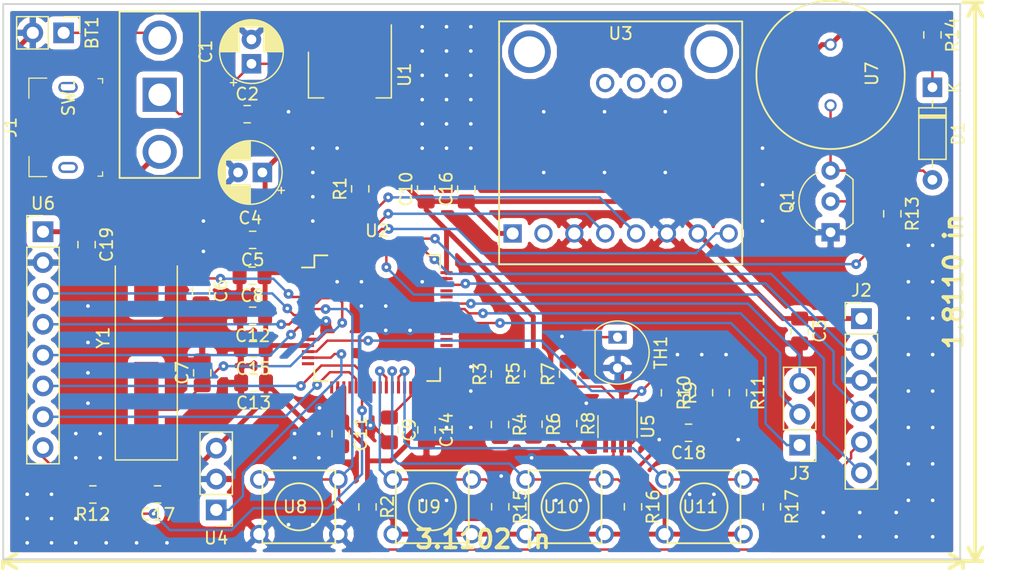
<source format=kicad_pcb>
(kicad_pcb (version 20171130) (host pcbnew "(5.0.2)-1")
  (layers (0 F.Cu signal) (31 B.Cu signal) (34 B.Paste user hide) (35 F.Paste user hide) (36 B.SilkS user) (37 F.SilkS user) (38 B.Mask user hide) (39 F.Mask user hide) (44 Edge.Cuts user))
  (net 0 "")
  (net 1 GND)
  (net 2 +3V3)
  (net 3 /SWCLK)
  (net 4 /SWDIO)
  (net 5 /NRST)
  (net 6 /SWO)
  (net 7 "Net-(U2-Pad2)")
  (net 8 "Net-(U2-Pad3)")
  (net 9 "Net-(U2-Pad4)")
  (net 10 "Net-(U2-Pad11)")
  (net 11 "Net-(U2-Pad16)")
  (net 12 "Net-(U2-Pad17)")
  (net 13 "Net-(U2-Pad20)")
  (net 14 "Net-(U2-Pad24)")
  (net 15 "Net-(U2-Pad25)")
  (net 16 "Net-(U2-Pad29)")
  (net 17 "Net-(U2-Pad33)")
  (net 18 "Net-(U2-Pad34)")
  (net 19 "Net-(U2-Pad35)")
  (net 20 "Net-(U2-Pad36)")
  (net 21 "Net-(U2-Pad37)")
  (net 22 "Net-(U2-Pad38)")
  (net 23 "Net-(U2-Pad39)")
  (net 24 "Net-(U2-Pad40)")
  (net 25 "Net-(U2-Pad44)")
  (net 26 "Net-(U2-Pad45)")
  (net 27 "Net-(U2-Pad51)")
  (net 28 "Net-(U2-Pad52)")
  (net 29 "Net-(U2-Pad53)")
  (net 30 "Net-(U2-Pad54)")
  (net 31 "Net-(U2-Pad56)")
  (net 32 "Net-(U2-Pad61)")
  (net 33 "Net-(U2-Pad62)")
  (net 34 +5V)
  (net 35 "Net-(J1-Pad4)")
  (net 36 /XTAL+)
  (net 37 /XTAL-)
  (net 38 +BATT)
  (net 39 +VIN)
  (net 40 "Net-(C9-Pad1)")
  (net 41 "Net-(D1-Pad1)")
  (net 42 "Net-(D1-Pad2)")
  (net 43 /Data+)
  (net 44 /Data-)
  (net 45 "Net-(Q1-Pad2)")
  (net 46 "Net-(R1-Pad1)")
  (net 47 "/Temp Sensor/WBRIDGE+")
  (net 48 "/Temp Sensor/WBRIDGE-")
  (net 49 "Net-(R7-Pad2)")
  (net 50 "/Temp Sensor/INAMPFB")
  (net 51 /TEMPOUT)
  (net 52 "Net-(R10-Pad2)")
  (net 53 /TIM3_CH1)
  (net 54 /Display/LED)
  (net 55 /PIEZOPWM)
  (net 56 /TIM_START)
  (net 57 /TIM_INC)
  (net 58 /TIM_RES)
  (net 59 /LCD_SCE)
  (net 60 /LCD_RST)
  (net 61 /LCD_DC)
  (net 62 /PULSESIG)
  (net 63 /SPI1_SCK)
  (net 64 /SPI1_MOSI)
  (net 65 /USART1_CK)
  (net 66 /USART1_TX)
  (net 67 /USART1_RX)
  (net 68 /CS_INT)
  (net 69 /I2C1_SCL)
  (net 70 /I2C1_SDA)
  (net 71 "Net-(U3-Pad2)")
  (net 72 "Net-(U5-Pad4)")
  (net 73 "Net-(U5-Pad5)")
  (net 74 "Net-(J1-Pad6)")
  (module PASC1:LIS3DH (layer F.Cu) (at 68.326 35.56)
    (fp_text reference U3 (at 0 -9) (layer F.SilkS))
    (fp_text value lis3dh_board)
    (pad "" thru_hole circle (at -7.5 -7.5) (size 3.5 3.5) (drill 2.54) (layers *.Cu *.Mask))
    (pad "" thru_hole circle (at 7.5 -7.5) (size 3.5 3.5) (drill 2.54) (layers *.Cu *.Mask))
    (pad 1 thru_hole rect (at -8.89 7.46) (size 1.5 1.5) (drill 1) (layers *.Cu *.Mask) (net 2 +3V3))
    (pad 2 thru_hole circle (at -6.35 7.46) (size 1.5 1.5) (drill 1) (layers *.Cu *.Mask) (net 71 "Net-(U3-Pad2)"))
    (pad 3 thru_hole circle (at -3.81 7.46) (size 1.5 1.5) (drill 1) (layers *.Cu *.Mask) (net 1 GND))
    (pad 4 thru_hole circle (at -1.27 7.46) (size 1.5 1.5) (drill 1) (layers *.Cu *.Mask) (net 69 /I2C1_SCL))
    (pad 5 thru_hole circle (at 1.27 7.46) (size 1.5 1.5) (drill 1) (layers *.Cu *.Mask) (net 70 /I2C1_SDA))
    (pad 6 thru_hole circle (at 3.81 7.46) (size 1.5 1.5) (drill 1) (layers *.Cu *.Mask) (net 1 GND))
    (pad 7 thru_hole circle (at 6.35 7.46) (size 1.5 1.5) (drill 1) (layers *.Cu *.Mask) (net 2 +3V3))
    (pad 8 thru_hole circle (at 8.89 7.46) (size 1.5 1.5) (drill 1) (layers *.Cu *.Mask) (net 68 /CS_INT))
    (pad 9 thru_hole circle (at -1.27 -4.92) (size 1.5 1.5) (drill 1) (layers *.Cu *.Mask))
    (pad 10 thru_hole circle (at 1.27 -4.91) (size 1.5 1.5) (drill 1) (layers *.Cu *.Mask))
    (pad 11 thru_hole circle (at 3.81 -4.92) (size 1.5 1.5) (drill 1) (layers *.Cu *.Mask))
  )
  (module Connector_PinHeader_2.54mm:PinHeader_1x02_P2.54mm_Vertical (layer F.Cu) (at 22.5 26.5 270)
    (fp_text reference BT1 (at 0 -2.33 270) (layer F.SilkS))
    (fp_text value Battery)
    (pad 1 thru_hole rect (at 0 0 270) (size 1.7 1.7) (drill 1) (layers *.Cu *.Mask) (net 38 +BATT))
    (pad 2 thru_hole oval (at 0 2.54 270) (size 1.7 1.7) (drill 1) (layers *.Cu *.Mask) (net 1 GND))
  )
  (module Capacitor_THT:CP_Radial_D5.0mm_P2.00mm (layer F.Cu) (at 37.95 29.05 90)
    (fp_text reference C1 (at 1 -3.75 90) (layer F.SilkS))
    (fp_text value 10u)
    (pad 2 thru_hole circle (at 2 0 90) (size 1.6 1.6) (drill 0.8) (layers *.Cu *.Mask) (net 1 GND))
    (pad 1 thru_hole rect (at 0 0 90) (size 1.6 1.6) (drill 0.8) (layers *.Cu *.Mask) (net 39 +VIN))
  )
  (module Capacitor_SMD:C_0805_2012Metric_Pad1.15x1.40mm_HandSolder (layer F.Cu) (at 37.6 33.2)
    (fp_text reference C2 (at 0 -1.65) (layer F.SilkS))
    (fp_text value 100n)
    (pad 1 smd roundrect (at -1.025 0) (size 1.15 1.4) (layers F.Cu F.Paste F.Mask) (roundrect_rratio 0.217391) (net 39 +VIN))
    (pad 2 smd roundrect (at 1.025 0) (size 1.15 1.4) (layers F.Cu F.Paste F.Mask) (roundrect_rratio 0.217391) (net 1 GND))
  )
  (module Capacitor_SMD:C_0805_2012Metric_Pad1.15x1.40mm_HandSolder (layer F.Cu) (at 83.058 51.054 270)
    (fp_text reference C3 (at 0 -1.65 270) (layer F.SilkS))
    (fp_text value 100n)
    (pad 2 smd roundrect (at 1.025 0 270) (size 1.15 1.4) (layers F.Cu F.Paste F.Mask) (roundrect_rratio 0.217391) (net 1 GND))
    (pad 1 smd roundrect (at -1.025 0 270) (size 1.15 1.4) (layers F.Cu F.Paste F.Mask) (roundrect_rratio 0.217391) (net 2 +3V3))
  )
  (module Capacitor_THT:CP_Radial_D5.0mm_P2.00mm (layer F.Cu) (at 38.85 38 180)
    (fp_text reference C4 (at 1 -3.75 180) (layer F.SilkS))
    (fp_text value 10u)
    (pad 1 thru_hole rect (at 0 0 180) (size 1.6 1.6) (drill 0.8) (layers *.Cu *.Mask) (net 2 +3V3))
    (pad 2 thru_hole circle (at 2 0 180) (size 1.6 1.6) (drill 0.8) (layers *.Cu *.Mask) (net 1 GND))
  )
  (module Capacitor_SMD:C_0805_2012Metric_Pad1.15x1.40mm_HandSolder (layer F.Cu) (at 38.05 43.55 180)
    (fp_text reference C5 (at 0 -1.65 180) (layer F.SilkS))
    (fp_text value 100n)
    (pad 2 smd roundrect (at 1.025 0 180) (size 1.15 1.4) (layers F.Cu F.Paste F.Mask) (roundrect_rratio 0.217391) (net 1 GND))
    (pad 1 smd roundrect (at -1.025 0 180) (size 1.15 1.4) (layers F.Cu F.Paste F.Mask) (roundrect_rratio 0.217391) (net 2 +3V3))
  )
  (module Capacitor_SMD:C_0805_2012Metric_Pad1.15x1.40mm_HandSolder (layer F.Cu) (at 33.8 47.75 270)
    (fp_text reference C6 (at 0 -1.65 270) (layer F.SilkS))
    (fp_text value 18p)
    (pad 2 smd roundrect (at 1.025 0 270) (size 1.15 1.4) (layers F.Cu F.Paste F.Mask) (roundrect_rratio 0.217391) (net 1 GND))
    (pad 1 smd roundrect (at -1.025 0 270) (size 1.15 1.4) (layers F.Cu F.Paste F.Mask) (roundrect_rratio 0.217391) (net 36 /XTAL+))
  )
  (module Capacitor_SMD:C_0805_2012Metric_Pad1.15x1.40mm_HandSolder (layer F.Cu) (at 33.9 54.5 90)
    (fp_text reference C7 (at 0 -1.65 90) (layer F.SilkS))
    (fp_text value 18p)
    (pad 1 smd roundrect (at -1.025 0 90) (size 1.15 1.4) (layers F.Cu F.Paste F.Mask) (roundrect_rratio 0.217391) (net 37 /XTAL-))
    (pad 2 smd roundrect (at 1.025 0 90) (size 1.15 1.4) (layers F.Cu F.Paste F.Mask) (roundrect_rratio 0.217391) (net 1 GND))
  )
  (module Capacitor_SMD:C_0805_2012Metric_Pad1.15x1.40mm_HandSolder (layer F.Cu) (at 38 46.5 180)
    (fp_text reference C8 (at 0 -1.65 180) (layer F.SilkS))
    (fp_text value 4.7u)
    (pad 2 smd roundrect (at 1.025 0 180) (size 1.15 1.4) (layers F.Cu F.Paste F.Mask) (roundrect_rratio 0.217391) (net 1 GND))
    (pad 1 smd roundrect (at -1.025 0 180) (size 1.15 1.4) (layers F.Cu F.Paste F.Mask) (roundrect_rratio 0.217391) (net 2 +3V3))
  )
  (module Capacitor_SMD:C_0805_2012Metric_Pad1.15x1.40mm_HandSolder (layer F.Cu) (at 49.3 59.2 270)
    (fp_text reference C9 (at 0 -1.65 270) (layer F.SilkS))
    (fp_text value 4.7u)
    (pad 1 smd roundrect (at -1.025 0 270) (size 1.15 1.4) (layers F.Cu F.Paste F.Mask) (roundrect_rratio 0.217391) (net 40 "Net-(C9-Pad1)"))
    (pad 2 smd roundrect (at 1.025 0 270) (size 1.15 1.4) (layers F.Cu F.Paste F.Mask) (roundrect_rratio 0.217391) (net 1 GND))
  )
  (module Capacitor_SMD:C_0805_2012Metric_Pad1.15x1.40mm_HandSolder (layer F.Cu) (at 52.324 39.37 90)
    (fp_text reference C10 (at 0 -1.65 90) (layer F.SilkS))
    (fp_text value 100n)
    (pad 1 smd roundrect (at -1.025 0 90) (size 1.15 1.4) (layers F.Cu F.Paste F.Mask) (roundrect_rratio 0.217391) (net 2 +3V3))
    (pad 2 smd roundrect (at 1.025 0 90) (size 1.15 1.4) (layers F.Cu F.Paste F.Mask) (roundrect_rratio 0.217391) (net 1 GND))
  )
  (module Capacitor_SMD:C_0805_2012Metric_Pad1.15x1.40mm_HandSolder (layer F.Cu) (at 45.29 59.52 270)
    (fp_text reference C11 (at 0 -1.65 270) (layer F.SilkS))
    (fp_text value 100n)
    (pad 1 smd roundrect (at -1.025 0 270) (size 1.15 1.4) (layers F.Cu F.Paste F.Mask) (roundrect_rratio 0.217391) (net 2 +3V3))
    (pad 2 smd roundrect (at 1.025 0 270) (size 1.15 1.4) (layers F.Cu F.Paste F.Mask) (roundrect_rratio 0.217391) (net 1 GND))
  )
  (module Capacitor_SMD:C_0805_2012Metric_Pad1.15x1.40mm_HandSolder (layer F.Cu) (at 38.05 49.8 180)
    (fp_text reference C12 (at 0 -1.65 180) (layer F.SilkS))
    (fp_text value 100n)
    (pad 2 smd roundrect (at 1.025 0 180) (size 1.15 1.4) (layers F.Cu F.Paste F.Mask) (roundrect_rratio 0.217391) (net 1 GND))
    (pad 1 smd roundrect (at -1.025 0 180) (size 1.15 1.4) (layers F.Cu F.Paste F.Mask) (roundrect_rratio 0.217391) (net 2 +3V3))
  )
  (module Capacitor_SMD:C_0805_2012Metric_Pad1.15x1.40mm_HandSolder (layer F.Cu) (at 38.125 55.325 180)
    (fp_text reference C13 (at 0 -1.65 180) (layer F.SilkS))
    (fp_text value 100n)
    (pad 1 smd roundrect (at -1.025 0 180) (size 1.15 1.4) (layers F.Cu F.Paste F.Mask) (roundrect_rratio 0.217391) (net 2 +3V3))
    (pad 2 smd roundrect (at 1.025 0 180) (size 1.15 1.4) (layers F.Cu F.Paste F.Mask) (roundrect_rratio 0.217391) (net 1 GND))
  )
  (module Capacitor_SMD:C_0805_2012Metric_Pad1.15x1.40mm_HandSolder (layer F.Cu) (at 52.35 59.2 270)
    (fp_text reference C14 (at 0 -1.65 270) (layer F.SilkS))
    (fp_text value 100n)
    (pad 2 smd roundrect (at 1.025 0 270) (size 1.15 1.4) (layers F.Cu F.Paste F.Mask) (roundrect_rratio 0.217391) (net 1 GND))
    (pad 1 smd roundrect (at -1.025 0 270) (size 1.15 1.4) (layers F.Cu F.Paste F.Mask) (roundrect_rratio 0.217391) (net 2 +3V3))
  )
  (module Capacitor_SMD:C_0805_2012Metric_Pad1.15x1.40mm_HandSolder (layer F.Cu) (at 38.1 52.5 180)
    (fp_text reference C15 (at 0 -1.65 180) (layer F.SilkS))
    (fp_text value 1u)
    (pad 1 smd roundrect (at -1.025 0 180) (size 1.15 1.4) (layers F.Cu F.Paste F.Mask) (roundrect_rratio 0.217391) (net 2 +3V3))
    (pad 2 smd roundrect (at 1.025 0 180) (size 1.15 1.4) (layers F.Cu F.Paste F.Mask) (roundrect_rratio 0.217391) (net 1 GND))
  )
  (module Capacitor_SMD:C_0805_2012Metric_Pad1.15x1.40mm_HandSolder (layer F.Cu) (at 55.626 39.37 90)
    (fp_text reference C16 (at 0 -1.65 90) (layer F.SilkS))
    (fp_text value 100n)
    (pad 2 smd roundrect (at 1.025 0 90) (size 1.15 1.4) (layers F.Cu F.Paste F.Mask) (roundrect_rratio 0.217391) (net 1 GND))
    (pad 1 smd roundrect (at -1.025 0 90) (size 1.15 1.4) (layers F.Cu F.Paste F.Mask) (roundrect_rratio 0.217391) (net 2 +3V3))
  )
  (module Capacitor_SMD:C_0805_2012Metric_Pad1.15x1.40mm_HandSolder (layer F.Cu) (at 30.226 64.516 180)
    (fp_text reference C17 (at 0 -1.65 180) (layer F.SilkS))
    (fp_text value 100n)
    (pad 2 smd roundrect (at 1.025 0 180) (size 1.15 1.4) (layers F.Cu F.Paste F.Mask) (roundrect_rratio 0.217391) (net 1 GND))
    (pad 1 smd roundrect (at -1.025 0 180) (size 1.15 1.4) (layers F.Cu F.Paste F.Mask) (roundrect_rratio 0.217391) (net 2 +3V3))
  )
  (module Capacitor_SMD:C_0805_2012Metric_Pad1.15x1.40mm_HandSolder (layer F.Cu) (at 73.914 59.436 180)
    (fp_text reference C18 (at 0 -1.65 180) (layer F.SilkS))
    (fp_text value 100n)
    (pad 1 smd roundrect (at -1.025 0 180) (size 1.15 1.4) (layers F.Cu F.Paste F.Mask) (roundrect_rratio 0.217391) (net 2 +3V3))
    (pad 2 smd roundrect (at 1.025 0 180) (size 1.15 1.4) (layers F.Cu F.Paste F.Mask) (roundrect_rratio 0.217391) (net 1 GND))
  )
  (module Capacitor_SMD:C_0805_2012Metric_Pad1.15x1.40mm_HandSolder (layer F.Cu) (at 24.384 43.942 270)
    (fp_text reference C19 (at 0 -1.65 270) (layer F.SilkS))
    (fp_text value 1u)
    (pad 1 smd roundrect (at -1.025 0 270) (size 1.15 1.4) (layers F.Cu F.Paste F.Mask) (roundrect_rratio 0.217391) (net 2 +3V3))
    (pad 2 smd roundrect (at 1.025 0 270) (size 1.15 1.4) (layers F.Cu F.Paste F.Mask) (roundrect_rratio 0.217391) (net 1 GND))
  )
  (module Diode_THT:D_DO-35_SOD27_P7.62mm_Horizontal (layer F.Cu) (at 93.98 30.988 270)
    (fp_text reference D1 (at 3.81 -2.12 270) (layer F.SilkS))
    (fp_text value 1N4148)
    (fp_text user K (at 0 -1.8 270) (layer F.SilkS))
    (pad 1 thru_hole rect (at 0 0 270) (size 1.6 1.6) (drill 0.8) (layers *.Cu *.Mask) (net 41 "Net-(D1-Pad1)"))
    (pad 2 thru_hole oval (at 7.62 0 270) (size 1.6 1.6) (drill 0.8) (layers *.Cu *.Mask) (net 42 "Net-(D1-Pad2)"))
  )
  (module PASC1:USB_Micro_B_Female_10118193-0001LF (layer F.Cu) (at 22.86 34.29 90)
    (fp_text reference J1 (at 0 -4.75 90) (layer F.SilkS))
    (fp_text value USB_B_Micro)
    (pad 3 smd rect (at 0 -2.675 90) (size 0.4 1.35) (layers F.Cu F.Paste F.Mask) (net 43 /Data+))
    (pad 4 smd rect (at 0.65 -2.675 90) (size 0.4 1.35) (layers F.Cu F.Paste F.Mask) (net 35 "Net-(J1-Pad4)"))
    (pad 5 smd rect (at 1.3 -2.675 90) (size 0.4 1.35) (layers F.Cu F.Paste F.Mask) (net 1 GND))
    (pad 2 smd rect (at -0.65 -2.675 90) (size 0.4 1.35) (layers F.Cu F.Paste F.Mask) (net 44 /Data-))
    (pad 1 smd rect (at -1.3 -2.675 90) (size 0.4 1.35) (layers F.Cu F.Paste F.Mask) (net 34 +5V))
    (pad 6 thru_hole oval (at 3.3 0 90) (size 0.9 1.6) (drill oval 0.5 1.2) (layers *.Cu *.Mask) (net 74 "Net-(J1-Pad6)"))
    (pad 6 thru_hole oval (at -3.3 0 90) (size 0.9 1.6) (drill oval 0.5 1.2) (layers *.Cu *.Mask) (net 74 "Net-(J1-Pad6)"))
    (pad 6 smd rect (at -3.2 -2.45 90) (size 1.6 1.4) (layers F.Cu F.Paste F.Mask) (net 74 "Net-(J1-Pad6)"))
    (pad 6 smd rect (at 3.2 -2.45 90) (size 1.6 1.4) (layers F.Cu F.Paste F.Mask) (net 74 "Net-(J1-Pad6)"))
    (pad 6 smd rect (at -1.2 0 90) (size 1.9 1.9) (layers F.Cu F.Paste F.Mask) (net 74 "Net-(J1-Pad6)"))
    (pad 6 smd rect (at 1.2 0 90) (size 1.9 1.9) (layers F.Cu F.Paste F.Mask) (net 74 "Net-(J1-Pad6)"))
  )
  (module Connector_PinHeader_2.54mm:PinHeader_1x06_P2.54mm_Vertical (layer F.Cu) (at 88.138 50.038)
    (fp_text reference J2 (at 0 -2.33) (layer F.SilkS))
    (fp_text value "6P Male")
    (pad 1 thru_hole rect (at 0 0) (size 1.7 1.7) (drill 1) (layers *.Cu *.Mask) (net 2 +3V3))
    (pad 2 thru_hole oval (at 0 2.54) (size 1.7 1.7) (drill 1) (layers *.Cu *.Mask) (net 3 /SWCLK))
    (pad 3 thru_hole oval (at 0 5.08) (size 1.7 1.7) (drill 1) (layers *.Cu *.Mask) (net 1 GND))
    (pad 4 thru_hole oval (at 0 7.62) (size 1.7 1.7) (drill 1) (layers *.Cu *.Mask) (net 4 /SWDIO))
    (pad 5 thru_hole oval (at 0 10.16) (size 1.7 1.7) (drill 1) (layers *.Cu *.Mask) (net 5 /NRST))
    (pad 6 thru_hole oval (at 0 12.7) (size 1.7 1.7) (drill 1) (layers *.Cu *.Mask) (net 6 /SWO))
  )
  (module Connector_PinHeader_2.54mm:PinHeader_1x03_P2.54mm_Vertical (layer F.Cu) (at 83.058 60.452 180)
    (fp_text reference J3 (at 0 -2.33 180) (layer F.SilkS))
    (fp_text value Conn_01x03_Male)
    (pad 3 thru_hole oval (at 0 5.08 180) (size 1.7 1.7) (drill 1) (layers *.Cu *.Mask) (net 67 /USART1_RX))
    (pad 2 thru_hole oval (at 0 2.54 180) (size 1.7 1.7) (drill 1) (layers *.Cu *.Mask) (net 66 /USART1_TX))
    (pad 1 thru_hole rect (at 0 0 180) (size 1.7 1.7) (drill 1) (layers *.Cu *.Mask) (net 65 /USART1_CK))
  )
  (module Package_TO_SOT_THT:TO-92_Inline_Wide (layer F.Cu) (at 85.598 42.926 90)
    (fp_text reference Q1 (at 2.54 -3.56 90) (layer F.SilkS))
    (fp_text value 2N3904)
    (pad 2 thru_hole circle (at 2.54 0 180) (size 1.5 1.5) (drill 0.8) (layers *.Cu *.Mask) (net 45 "Net-(Q1-Pad2)"))
    (pad 3 thru_hole circle (at 5.08 0 180) (size 1.5 1.5) (drill 0.8) (layers *.Cu *.Mask) (net 42 "Net-(D1-Pad2)"))
    (pad 1 thru_hole rect (at 0 0 180) (size 1.5 1.5) (drill 0.8) (layers *.Cu *.Mask) (net 1 GND))
  )
  (module Resistor_SMD:R_0805_2012Metric_Pad1.15x1.40mm_HandSolder (layer F.Cu) (at 46.9 39.35 90)
    (fp_text reference R1 (at 0 -1.65 90) (layer F.SilkS))
    (fp_text value 10k)
    (pad 1 smd roundrect (at -1.025 0 90) (size 1.15 1.4) (layers F.Cu F.Paste F.Mask) (roundrect_rratio 0.217391) (net 46 "Net-(R1-Pad1)"))
    (pad 2 smd roundrect (at 1.025 0 90) (size 1.15 1.4) (layers F.Cu F.Paste F.Mask) (roundrect_rratio 0.217391) (net 1 GND))
  )
  (module Resistor_SMD:R_0805_2012Metric_Pad1.15x1.40mm_HandSolder (layer F.Cu) (at 47.498 65.541 270)
    (fp_text reference R2 (at 0 -1.65 270) (layer F.SilkS))
    (fp_text value 10k)
    (pad 2 smd roundrect (at 1.025 0 270) (size 1.15 1.4) (layers F.Cu F.Paste F.Mask) (roundrect_rratio 0.217391) (net 5 /NRST))
    (pad 1 smd roundrect (at -1.025 0 270) (size 1.15 1.4) (layers F.Cu F.Paste F.Mask) (roundrect_rratio 0.217391) (net 2 +3V3))
  )
  (module Resistor_SMD:R_0805_2012Metric_Pad1.15x1.40mm_HandSolder (layer F.Cu) (at 58.392 54.603 90)
    (fp_text reference R3 (at 0 -1.65 90) (layer F.SilkS))
    (fp_text value 8.2k)
    (pad 1 smd roundrect (at -1.025 0 90) (size 1.15 1.4) (layers F.Cu F.Paste F.Mask) (roundrect_rratio 0.217391) (net 47 "/Temp Sensor/WBRIDGE+"))
    (pad 2 smd roundrect (at 1.025 0 90) (size 1.15 1.4) (layers F.Cu F.Paste F.Mask) (roundrect_rratio 0.217391) (net 2 +3V3))
  )
  (module Resistor_SMD:R_0805_2012Metric_Pad1.15x1.40mm_HandSolder (layer F.Cu) (at 58.402 58.758 270)
    (fp_text reference R4 (at 0 -1.65 270) (layer F.SilkS))
    (fp_text value 8.2k)
    (pad 1 smd roundrect (at -1.025 0 270) (size 1.15 1.4) (layers F.Cu F.Paste F.Mask) (roundrect_rratio 0.217391) (net 2 +3V3))
    (pad 2 smd roundrect (at 1.025 0 270) (size 1.15 1.4) (layers F.Cu F.Paste F.Mask) (roundrect_rratio 0.217391) (net 48 "/Temp Sensor/WBRIDGE-"))
  )
  (module Resistor_SMD:R_0805_2012Metric_Pad1.15x1.40mm_HandSolder (layer F.Cu) (at 61.142 54.578 90)
    (fp_text reference R5 (at 0 -1.65 90) (layer F.SilkS))
    (fp_text value 270k)
    (pad 2 smd roundrect (at 1.025 0 90) (size 1.15 1.4) (layers F.Cu F.Paste F.Mask) (roundrect_rratio 0.217391) (net 2 +3V3))
    (pad 1 smd roundrect (at -1.025 0 90) (size 1.15 1.4) (layers F.Cu F.Paste F.Mask) (roundrect_rratio 0.217391) (net 47 "/Temp Sensor/WBRIDGE+"))
  )
  (module Resistor_SMD:R_0805_2012Metric_Pad1.15x1.40mm_HandSolder (layer F.Cu) (at 61.152 58.728 270)
    (fp_text reference R6 (at 0 -1.65 270) (layer F.SilkS))
    (fp_text value 270k)
    (pad 1 smd roundrect (at -1.025 0 270) (size 1.15 1.4) (layers F.Cu F.Paste F.Mask) (roundrect_rratio 0.217391) (net 2 +3V3))
    (pad 2 smd roundrect (at 1.025 0 270) (size 1.15 1.4) (layers F.Cu F.Paste F.Mask) (roundrect_rratio 0.217391) (net 48 "/Temp Sensor/WBRIDGE-"))
  )
  (module Resistor_SMD:R_0805_2012Metric_Pad1.15x1.40mm_HandSolder (layer F.Cu) (at 64.008 54.61 90)
    (fp_text reference R7 (at 0 -1.65 90) (layer F.SilkS))
    (fp_text value 1k)
    (pad 2 smd roundrect (at 1.025 0 90) (size 1.15 1.4) (layers F.Cu F.Paste F.Mask) (roundrect_rratio 0.217391) (net 49 "Net-(R7-Pad2)"))
    (pad 1 smd roundrect (at -1.025 0 90) (size 1.15 1.4) (layers F.Cu F.Paste F.Mask) (roundrect_rratio 0.217391) (net 47 "/Temp Sensor/WBRIDGE+"))
  )
  (module Resistor_SMD:R_0805_2012Metric_Pad1.15x1.40mm_HandSolder (layer F.Cu) (at 64.008 58.674 270)
    (fp_text reference R8 (at 0 -1.65 270) (layer F.SilkS))
    (fp_text value 1.8k)
    (pad 2 smd roundrect (at 1.025 0 270) (size 1.15 1.4) (layers F.Cu F.Paste F.Mask) (roundrect_rratio 0.217391) (net 48 "/Temp Sensor/WBRIDGE-"))
    (pad 1 smd roundrect (at -1.025 0 270) (size 1.15 1.4) (layers F.Cu F.Paste F.Mask) (roundrect_rratio 0.217391) (net 1 GND))
  )
  (module Resistor_SMD:R_0805_2012Metric_Pad1.15x1.40mm_HandSolder (layer F.Cu) (at 72.39 56.143 270)
    (fp_text reference R9 (at 0 -1.65 270) (layer F.SilkS))
    (fp_text value 100k)
    (pad 2 smd roundrect (at 1.025 0 270) (size 1.15 1.4) (layers F.Cu F.Paste F.Mask) (roundrect_rratio 0.217391) (net 50 "/Temp Sensor/INAMPFB"))
    (pad 1 smd roundrect (at -1.025 0 270) (size 1.15 1.4) (layers F.Cu F.Paste F.Mask) (roundrect_rratio 0.217391) (net 51 /TEMPOUT))
  )
  (module Resistor_SMD:R_0805_2012Metric_Pad1.15x1.40mm_HandSolder (layer F.Cu) (at 75.184 56.134 90)
    (fp_text reference R10 (at 0 -1.65 90) (layer F.SilkS))
    (fp_text value 2.7k)
    (pad 1 smd roundrect (at -1.025 0 90) (size 1.15 1.4) (layers F.Cu F.Paste F.Mask) (roundrect_rratio 0.217391) (net 50 "/Temp Sensor/INAMPFB"))
    (pad 2 smd roundrect (at 1.025 0 90) (size 1.15 1.4) (layers F.Cu F.Paste F.Mask) (roundrect_rratio 0.217391) (net 52 "Net-(R10-Pad2)"))
  )
  (module Resistor_SMD:R_0805_2012Metric_Pad1.15x1.40mm_HandSolder (layer F.Cu) (at 77.978 56.134 270)
    (fp_text reference R11 (at 0 -1.65 270) (layer F.SilkS))
    (fp_text value 820)
    (pad 2 smd roundrect (at 1.025 0 270) (size 1.15 1.4) (layers F.Cu F.Paste F.Mask) (roundrect_rratio 0.217391) (net 1 GND))
    (pad 1 smd roundrect (at -1.025 0 270) (size 1.15 1.4) (layers F.Cu F.Paste F.Mask) (roundrect_rratio 0.217391) (net 52 "Net-(R10-Pad2)"))
  )
  (module Resistor_SMD:R_0805_2012Metric_Pad1.15x1.40mm_HandSolder (layer F.Cu) (at 24.901 64.516 180)
    (fp_text reference R12 (at 0 -1.65 180) (layer F.SilkS))
    (fp_text value 330)
    (pad 1 smd roundrect (at -1.025 0 180) (size 1.15 1.4) (layers F.Cu F.Paste F.Mask) (roundrect_rratio 0.217391) (net 53 /TIM3_CH1))
    (pad 2 smd roundrect (at 1.025 0 180) (size 1.15 1.4) (layers F.Cu F.Paste F.Mask) (roundrect_rratio 0.217391) (net 54 /Display/LED))
  )
  (module Resistor_SMD:R_0805_2012Metric_Pad1.15x1.40mm_HandSolder (layer F.Cu) (at 90.678 41.402 270)
    (fp_text reference R13 (at 0 -1.65 270) (layer F.SilkS))
    (fp_text value 1k)
    (pad 1 smd roundrect (at -1.025 0 270) (size 1.15 1.4) (layers F.Cu F.Paste F.Mask) (roundrect_rratio 0.217391) (net 45 "Net-(Q1-Pad2)"))
    (pad 2 smd roundrect (at 1.025 0 270) (size 1.15 1.4) (layers F.Cu F.Paste F.Mask) (roundrect_rratio 0.217391) (net 55 /PIEZOPWM))
  )
  (module Resistor_SMD:R_0805_2012Metric_Pad1.15x1.40mm_HandSolder (layer F.Cu) (at 93.98 26.67 270)
    (fp_text reference R14 (at 0 -1.65 270) (layer F.SilkS))
    (fp_text value 1k)
    (pad 2 smd roundrect (at 1.025 0 270) (size 1.15 1.4) (layers F.Cu F.Paste F.Mask) (roundrect_rratio 0.217391) (net 41 "Net-(D1-Pad1)"))
    (pad 1 smd roundrect (at -1.025 0 270) (size 1.15 1.4) (layers F.Cu F.Paste F.Mask) (roundrect_rratio 0.217391) (net 2 +3V3))
  )
  (module Resistor_SMD:R_0805_2012Metric_Pad1.15x1.40mm_HandSolder (layer F.Cu) (at 58.42 65.532 270)
    (fp_text reference R15 (at 0 -1.65 270) (layer F.SilkS))
    (fp_text value 1k)
    (pad 1 smd roundrect (at -1.025 0 270) (size 1.15 1.4) (layers F.Cu F.Paste F.Mask) (roundrect_rratio 0.217391) (net 56 /TIM_START))
    (pad 2 smd roundrect (at 1.025 0 270) (size 1.15 1.4) (layers F.Cu F.Paste F.Mask) (roundrect_rratio 0.217391) (net 1 GND))
  )
  (module Resistor_SMD:R_0805_2012Metric_Pad1.15x1.40mm_HandSolder (layer F.Cu) (at 69.342 65.532 270)
    (fp_text reference R16 (at 0 -1.65 270) (layer F.SilkS))
    (fp_text value 1k)
    (pad 2 smd roundrect (at 1.025 0 270) (size 1.15 1.4) (layers F.Cu F.Paste F.Mask) (roundrect_rratio 0.217391) (net 1 GND))
    (pad 1 smd roundrect (at -1.025 0 270) (size 1.15 1.4) (layers F.Cu F.Paste F.Mask) (roundrect_rratio 0.217391) (net 57 /TIM_INC))
  )
  (module Resistor_SMD:R_0805_2012Metric_Pad1.15x1.40mm_HandSolder (layer F.Cu) (at 80.772 65.532 270)
    (fp_text reference R17 (at 0 -1.65 270) (layer F.SilkS))
    (fp_text value 1k)
    (pad 1 smd roundrect (at -1.025 0 270) (size 1.15 1.4) (layers F.Cu F.Paste F.Mask) (roundrect_rratio 0.217391) (net 58 /TIM_RES))
    (pad 2 smd roundrect (at 1.025 0 270) (size 1.15 1.4) (layers F.Cu F.Paste F.Mask) (roundrect_rratio 0.217391) (net 1 GND))
  )
  (module PASC1:SPDT-100 (layer F.Cu) (at 30.4 31.6 270)
    (fp_text reference SW1 (at 0.25 7.5 270) (layer F.SilkS))
    (fp_text value SW_SPDT)
    (pad 1 thru_hole circle (at -4.7 0 270) (size 2.8 2.8) (drill 1.85) (layers *.Cu *.Mask) (net 38 +BATT))
    (pad 2 thru_hole rect (at 0 0 270) (size 2.8 2.8) (drill 1.85) (layers *.Cu *.Mask) (net 39 +VIN))
    (pad 3 thru_hole circle (at 4.7 0 270) (size 2.8 2.8) (drill 1.85) (layers *.Cu *.Mask) (net 34 +5V))
  )
  (module Package_TO_SOT_THT:TO-92-2 (layer F.Cu) (at 68.072 51.562 270)
    (fp_text reference TH1 (at 1.27 -3.56 270) (layer F.SilkS))
    (fp_text value PT1000)
    (pad 2 thru_hole oval (at 2.54 0 270) (size 1.05 1.5) (drill 0.75) (layers *.Cu *.Mask) (net 1 GND))
    (pad 1 thru_hole rect (at 0 0 270) (size 1.05 1.5) (drill 0.75) (layers *.Cu *.Mask) (net 49 "Net-(R7-Pad2)"))
  )
  (module Package_TO_SOT_SMD:SOT-223-3_TabPin2 (layer F.Cu) (at 46.05 29.95 270)
    (fp_text reference U1 (at 0 -4.5 270) (layer F.SilkS))
    (fp_text value NCP1117-3.3_SOT223)
    (pad 2 smd rect (at 3.15 0 270) (size 2 3.8) (layers F.Cu F.Paste F.Mask) (net 2 +3V3))
    (pad 2 smd rect (at -3.15 0 270) (size 2 1.5) (layers F.Cu F.Paste F.Mask) (net 2 +3V3))
    (pad 3 smd rect (at -3.15 2.3 270) (size 2 1.5) (layers F.Cu F.Paste F.Mask) (net 39 +VIN))
    (pad 1 smd rect (at -3.15 -2.3 270) (size 2 1.5) (layers F.Cu F.Paste F.Mask) (net 1 GND))
  )
  (module Package_QFP:LQFP-64_10x10mm_P0.5mm (layer F.Cu) (at 48.3 50)
    (fp_text reference U2 (at 0 -7.2) (layer F.SilkS))
    (fp_text value STM32F411RETx)
    (pad 1 smd rect (at -5.7 -3.75) (size 1 0.25) (layers F.Cu F.Paste F.Mask) (net 2 +3V3))
    (pad 2 smd rect (at -5.7 -3.25) (size 1 0.25) (layers F.Cu F.Paste F.Mask) (net 7 "Net-(U2-Pad2)"))
    (pad 3 smd rect (at -5.7 -2.75) (size 1 0.25) (layers F.Cu F.Paste F.Mask) (net 8 "Net-(U2-Pad3)"))
    (pad 4 smd rect (at -5.7 -2.25) (size 1 0.25) (layers F.Cu F.Paste F.Mask) (net 9 "Net-(U2-Pad4)"))
    (pad 5 smd rect (at -5.7 -1.75) (size 1 0.25) (layers F.Cu F.Paste F.Mask) (net 36 /XTAL+))
    (pad 6 smd rect (at -5.7 -1.25) (size 1 0.25) (layers F.Cu F.Paste F.Mask) (net 37 /XTAL-))
    (pad 7 smd rect (at -5.7 -0.75) (size 1 0.25) (layers F.Cu F.Paste F.Mask) (net 5 /NRST))
    (pad 8 smd rect (at -5.7 -0.25) (size 1 0.25) (layers F.Cu F.Paste F.Mask) (net 59 /LCD_SCE))
    (pad 9 smd rect (at -5.7 0.25) (size 1 0.25) (layers F.Cu F.Paste F.Mask) (net 60 /LCD_RST))
    (pad 10 smd rect (at -5.7 0.75) (size 1 0.25) (layers F.Cu F.Paste F.Mask) (net 61 /LCD_DC))
    (pad 11 smd rect (at -5.7 1.25) (size 1 0.25) (layers F.Cu F.Paste F.Mask) (net 10 "Net-(U2-Pad11)"))
    (pad 12 smd rect (at -5.7 1.75) (size 1 0.25) (layers F.Cu F.Paste F.Mask) (net 1 GND))
    (pad 13 smd rect (at -5.7 2.25) (size 1 0.25) (layers F.Cu F.Paste F.Mask) (net 2 +3V3))
    (pad 14 smd rect (at -5.7 2.75) (size 1 0.25) (layers F.Cu F.Paste F.Mask) (net 51 /TEMPOUT))
    (pad 15 smd rect (at -5.7 3.25) (size 1 0.25) (layers F.Cu F.Paste F.Mask) (net 62 /PULSESIG))
    (pad 16 smd rect (at -5.7 3.75) (size 1 0.25) (layers F.Cu F.Paste F.Mask) (net 11 "Net-(U2-Pad16)"))
    (pad 17 smd rect (at -3.75 5.7 90) (size 1 0.25) (layers F.Cu F.Paste F.Mask) (net 12 "Net-(U2-Pad17)"))
    (pad 18 smd rect (at -3.25 5.7 90) (size 1 0.25) (layers F.Cu F.Paste F.Mask) (net 1 GND))
    (pad 19 smd rect (at -2.75 5.7 90) (size 1 0.25) (layers F.Cu F.Paste F.Mask) (net 2 +3V3))
    (pad 20 smd rect (at -2.25 5.7 90) (size 1 0.25) (layers F.Cu F.Paste F.Mask) (net 13 "Net-(U2-Pad20)"))
    (pad 21 smd rect (at -1.75 5.7 90) (size 1 0.25) (layers F.Cu F.Paste F.Mask) (net 63 /SPI1_SCK))
    (pad 22 smd rect (at -1.25 5.7 90) (size 1 0.25) (layers F.Cu F.Paste F.Mask) (net 53 /TIM3_CH1))
    (pad 23 smd rect (at -0.75 5.7 90) (size 1 0.25) (layers F.Cu F.Paste F.Mask) (net 64 /SPI1_MOSI))
    (pad 24 smd rect (at -0.25 5.7 90) (size 1 0.25) (layers F.Cu F.Paste F.Mask) (net 14 "Net-(U2-Pad24)"))
    (pad 25 smd rect (at 0.25 5.7 90) (size 1 0.25) (layers F.Cu F.Paste F.Mask) (net 15 "Net-(U2-Pad25)"))
    (pad 26 smd rect (at 0.75 5.7 90) (size 1 0.25) (layers F.Cu F.Paste F.Mask) (net 56 /TIM_START))
    (pad 27 smd rect (at 1.25 5.7 90) (size 1 0.25) (layers F.Cu F.Paste F.Mask) (net 57 /TIM_INC))
    (pad 28 smd rect (at 1.75 5.7 90) (size 1 0.25) (layers F.Cu F.Paste F.Mask) (net 58 /TIM_RES))
    (pad 29 smd rect (at 2.25 5.7 90) (size 1 0.25) (layers F.Cu F.Paste F.Mask) (net 16 "Net-(U2-Pad29)"))
    (pad 30 smd rect (at 2.75 5.7 90) (size 1 0.25) (layers F.Cu F.Paste F.Mask) (net 40 "Net-(C9-Pad1)"))
    (pad 31 smd rect (at 3.25 5.7 90) (size 1 0.25) (layers F.Cu F.Paste F.Mask) (net 1 GND))
    (pad 32 smd rect (at 3.75 5.7 90) (size 1 0.25) (layers F.Cu F.Paste F.Mask) (net 2 +3V3))
    (pad 33 smd rect (at 5.7 3.75) (size 1 0.25) (layers F.Cu F.Paste F.Mask) (net 17 "Net-(U2-Pad33)"))
    (pad 34 smd rect (at 5.7 3.25) (size 1 0.25) (layers F.Cu F.Paste F.Mask) (net 18 "Net-(U2-Pad34)"))
    (pad 35 smd rect (at 5.7 2.75) (size 1 0.25) (layers F.Cu F.Paste F.Mask) (net 19 "Net-(U2-Pad35)"))
    (pad 36 smd rect (at 5.7 2.25) (size 1 0.25) (layers F.Cu F.Paste F.Mask) (net 20 "Net-(U2-Pad36)"))
    (pad 37 smd rect (at 5.7 1.75) (size 1 0.25) (layers F.Cu F.Paste F.Mask) (net 21 "Net-(U2-Pad37)"))
    (pad 38 smd rect (at 5.7 1.25) (size 1 0.25) (layers F.Cu F.Paste F.Mask) (net 22 "Net-(U2-Pad38)"))
    (pad 39 smd rect (at 5.7 0.75) (size 1 0.25) (layers F.Cu F.Paste F.Mask) (net 23 "Net-(U2-Pad39)"))
    (pad 40 smd rect (at 5.7 0.25) (size 1 0.25) (layers F.Cu F.Paste F.Mask) (net 24 "Net-(U2-Pad40)"))
    (pad 41 smd rect (at 5.7 -0.25) (size 1 0.25) (layers F.Cu F.Paste F.Mask) (net 65 /USART1_CK))
    (pad 42 smd rect (at 5.7 -0.75) (size 1 0.25) (layers F.Cu F.Paste F.Mask) (net 66 /USART1_TX))
    (pad 43 smd rect (at 5.7 -1.25) (size 1 0.25) (layers F.Cu F.Paste F.Mask) (net 67 /USART1_RX))
    (pad 44 smd rect (at 5.7 -1.75) (size 1 0.25) (layers F.Cu F.Paste F.Mask) (net 25 "Net-(U2-Pad44)"))
    (pad 45 smd rect (at 5.7 -2.25) (size 1 0.25) (layers F.Cu F.Paste F.Mask) (net 26 "Net-(U2-Pad45)"))
    (pad 46 smd rect (at 5.7 -2.75) (size 1 0.25) (layers F.Cu F.Paste F.Mask) (net 4 /SWDIO))
    (pad 47 smd rect (at 5.7 -3.25) (size 1 0.25) (layers F.Cu F.Paste F.Mask) (net 1 GND))
    (pad 48 smd rect (at 5.7 -3.75) (size 1 0.25) (layers F.Cu F.Paste F.Mask) (net 2 +3V3))
    (pad 49 smd rect (at 3.75 -5.7 90) (size 1 0.25) (layers F.Cu F.Paste F.Mask) (net 3 /SWCLK))
    (pad 50 smd rect (at 3.25 -5.7 90) (size 1 0.25) (layers F.Cu F.Paste F.Mask) (net 55 /PIEZOPWM))
    (pad 51 smd rect (at 2.75 -5.7 90) (size 1 0.25) (layers F.Cu F.Paste F.Mask) (net 27 "Net-(U2-Pad51)"))
    (pad 52 smd rect (at 2.25 -5.7 90) (size 1 0.25) (layers F.Cu F.Paste F.Mask) (net 28 "Net-(U2-Pad52)"))
    (pad 53 smd rect (at 1.75 -5.7 90) (size 1 0.25) (layers F.Cu F.Paste F.Mask) (net 29 "Net-(U2-Pad53)"))
    (pad 54 smd rect (at 1.25 -5.7 90) (size 1 0.25) (layers F.Cu F.Paste F.Mask) (net 30 "Net-(U2-Pad54)"))
    (pad 55 smd rect (at 0.75 -5.7 90) (size 1 0.25) (layers F.Cu F.Paste F.Mask) (net 6 /SWO))
    (pad 56 smd rect (at 0.25 -5.7 90) (size 1 0.25) (layers F.Cu F.Paste F.Mask) (net 31 "Net-(U2-Pad56)"))
    (pad 57 smd rect (at -0.25 -5.7 90) (size 1 0.25) (layers F.Cu F.Paste F.Mask) (net 68 /CS_INT))
    (pad 58 smd rect (at -0.75 -5.7 90) (size 1 0.25) (layers F.Cu F.Paste F.Mask) (net 69 /I2C1_SCL))
    (pad 59 smd rect (at -1.25 -5.7 90) (size 1 0.25) (layers F.Cu F.Paste F.Mask) (net 70 /I2C1_SDA))
    (pad 60 smd rect (at -1.75 -5.7 90) (size 1 0.25) (layers F.Cu F.Paste F.Mask) (net 46 "Net-(R1-Pad1)"))
    (pad 61 smd rect (at -2.25 -5.7 90) (size 1 0.25) (layers F.Cu F.Paste F.Mask) (net 32 "Net-(U2-Pad61)"))
    (pad 62 smd rect (at -2.75 -5.7 90) (size 1 0.25) (layers F.Cu F.Paste F.Mask) (net 33 "Net-(U2-Pad62)"))
    (pad 63 smd rect (at -3.25 -5.7 90) (size 1 0.25) (layers F.Cu F.Paste F.Mask) (net 1 GND))
    (pad 64 smd rect (at -3.75 -5.7 90) (size 1 0.25) (layers F.Cu F.Paste F.Mask) (net 2 +3V3))
  )
  (module Connector_PinHeader_2.54mm:PinHeader_1x03_P2.54mm_Vertical (layer F.Cu) (at 35.052 65.786 180)
    (fp_text reference U4 (at 0 -2.33 180) (layer F.SilkS))
    (fp_text value Pulse_sensor)
    (pad 1 thru_hole rect (at 0 0 180) (size 1.7 1.7) (drill 1) (layers *.Cu *.Mask) (net 62 /PULSESIG))
    (pad 2 thru_hole oval (at 0 2.54 180) (size 1.7 1.7) (drill 1) (layers *.Cu *.Mask) (net 1 GND))
    (pad 3 thru_hole oval (at 0 5.08 180) (size 1.7 1.7) (drill 1) (layers *.Cu *.Mask) (net 2 +3V3))
  )
  (module Package_TO_SOT_SMD:SOT-23-8_Handsoldering (layer F.Cu) (at 68.072 58.928 270)
    (fp_text reference U5 (at 0 -2.5 270) (layer F.SilkS))
    (fp_text value MAX4460ESA+)
    (pad 1 smd rect (at -1.35 -0.98 270) (size 1.56 0.4) (layers F.Cu F.Paste F.Mask) (net 51 /TEMPOUT))
    (pad 2 smd rect (at -1.35 -0.33 270) (size 1.56 0.4) (layers F.Cu F.Paste F.Mask) (net 1 GND))
    (pad 3 smd rect (at -1.35 0.33 270) (size 1.56 0.4) (layers F.Cu F.Paste F.Mask) (net 47 "/Temp Sensor/WBRIDGE+"))
    (pad 4 smd rect (at -1.35 0.98 270) (size 1.56 0.4) (layers F.Cu F.Paste F.Mask) (net 72 "Net-(U5-Pad4)"))
    (pad 5 smd rect (at 1.35 0.98 270) (size 1.56 0.4) (layers F.Cu F.Paste F.Mask) (net 73 "Net-(U5-Pad5)"))
    (pad 6 smd rect (at 1.35 0.33 270) (size 1.56 0.4) (layers F.Cu F.Paste F.Mask) (net 48 "/Temp Sensor/WBRIDGE-"))
    (pad 7 smd rect (at 1.35 -0.33 270) (size 1.56 0.4) (layers F.Cu F.Paste F.Mask) (net 2 +3V3))
    (pad 8 smd rect (at 1.35 -0.98 270) (size 1.56 0.4) (layers F.Cu F.Paste F.Mask) (net 50 "/Temp Sensor/INAMPFB"))
  )
  (module Connector_PinHeader_2.54mm:PinHeader_1x08_P2.54mm_Vertical (layer F.Cu) (at 20.8 42.88)
    (fp_text reference U6 (at 0 -2.33) (layer F.SilkS))
    (fp_text value Nokia5110)
    (pad 1 thru_hole rect (at 0 0) (size 1.7 1.7) (drill 1) (layers *.Cu *.Mask) (net 2 +3V3))
    (pad 2 thru_hole oval (at 0 2.54) (size 1.7 1.7) (drill 1) (layers *.Cu *.Mask) (net 1 GND))
    (pad 3 thru_hole oval (at 0 5.08) (size 1.7 1.7) (drill 1) (layers *.Cu *.Mask) (net 59 /LCD_SCE))
    (pad 4 thru_hole oval (at 0 7.62) (size 1.7 1.7) (drill 1) (layers *.Cu *.Mask) (net 60 /LCD_RST))
    (pad 5 thru_hole oval (at 0 10.16) (size 1.7 1.7) (drill 1) (layers *.Cu *.Mask) (net 61 /LCD_DC))
    (pad 6 thru_hole oval (at 0 12.7) (size 1.7 1.7) (drill 1) (layers *.Cu *.Mask) (net 64 /SPI1_MOSI))
    (pad 7 thru_hole oval (at 0 15.24) (size 1.7 1.7) (drill 1) (layers *.Cu *.Mask) (net 63 /SPI1_SCK))
    (pad 8 thru_hole oval (at 0 17.78) (size 1.7 1.7) (drill 1) (layers *.Cu *.Mask) (net 54 /Display/LED))
  )
  (module PASC:Piezo (layer F.Cu) (at 85.598 29.972 270)
    (fp_text reference U7 (at -0.1 -3.4 270) (layer F.SilkS))
    (fp_text value piezo)
    (pad 1 thru_hole circle (at -2.5 0 270) (size 1 1) (drill 0.65) (layers *.Cu *.Mask) (net 2 +3V3))
    (pad 2 thru_hole circle (at 2.5 0 270) (size 1 1) (drill 0.65) (layers *.Cu *.Mask) (net 42 "Net-(D1-Pad2)"))
  )
  (module PASC:Momentswitch (layer F.Cu) (at 41.85 65.532 180)
    (fp_text reference U8 (at 0.3 0 180) (layer F.SilkS))
    (fp_text value MomentSwitch)
    (pad 1 thru_hole circle (at -3.25 -2.25 180) (size 1.524 1.524) (drill 1) (layers *.Cu *.Mask) (net 1 GND))
    (pad 2 thru_hole circle (at 3.25 -2.25 180) (size 1.524 1.524) (drill 1) (layers *.Cu *.Mask) (net 1 GND))
    (pad 3 thru_hole circle (at -3.25 2.25 180) (size 1.524 1.524) (drill 1) (layers *.Cu *.Mask) (net 5 /NRST))
    (pad 4 thru_hole circle (at 3.25 2.25 180) (size 1.524 1.524) (drill 1) (layers *.Cu *.Mask) (net 5 /NRST))
  )
  (module PASC:Momentswitch (layer F.Cu) (at 52.832 65.532 180)
    (fp_text reference U9 (at 0.3 0 180) (layer F.SilkS))
    (fp_text value MomentSwitch)
    (pad 4 thru_hole circle (at 3.25 2.25 180) (size 1.524 1.524) (drill 1) (layers *.Cu *.Mask) (net 56 /TIM_START))
    (pad 3 thru_hole circle (at -3.25 2.25 180) (size 1.524 1.524) (drill 1) (layers *.Cu *.Mask) (net 56 /TIM_START))
    (pad 2 thru_hole circle (at 3.25 -2.25 180) (size 1.524 1.524) (drill 1) (layers *.Cu *.Mask) (net 2 +3V3))
    (pad 1 thru_hole circle (at -3.25 -2.25 180) (size 1.524 1.524) (drill 1) (layers *.Cu *.Mask) (net 2 +3V3))
  )
  (module PASC:Momentswitch (layer F.Cu) (at 63.754 65.532 180)
    (fp_text reference U10 (at 0.3 0 180) (layer F.SilkS))
    (fp_text value MomentSwitch)
    (pad 1 thru_hole circle (at -3.25 -2.25 180) (size 1.524 1.524) (drill 1) (layers *.Cu *.Mask) (net 2 +3V3))
    (pad 2 thru_hole circle (at 3.25 -2.25 180) (size 1.524 1.524) (drill 1) (layers *.Cu *.Mask) (net 2 +3V3))
    (pad 3 thru_hole circle (at -3.25 2.25 180) (size 1.524 1.524) (drill 1) (layers *.Cu *.Mask) (net 57 /TIM_INC))
    (pad 4 thru_hole circle (at 3.25 2.25 180) (size 1.524 1.524) (drill 1) (layers *.Cu *.Mask) (net 57 /TIM_INC))
  )
  (module PASC:Momentswitch (layer F.Cu) (at 75.184 65.532 180)
    (fp_text reference U11 (at 0.3 0 180) (layer F.SilkS))
    (fp_text value MomentSwitch)
    (pad 4 thru_hole circle (at 3.25 2.25 180) (size 1.524 1.524) (drill 1) (layers *.Cu *.Mask) (net 58 /TIM_RES))
    (pad 3 thru_hole circle (at -3.25 2.25 180) (size 1.524 1.524) (drill 1) (layers *.Cu *.Mask) (net 58 /TIM_RES))
    (pad 2 thru_hole circle (at 3.25 -2.25 180) (size 1.524 1.524) (drill 1) (layers *.Cu *.Mask) (net 2 +3V3))
    (pad 1 thru_hole circle (at -3.25 -2.25 180) (size 1.524 1.524) (drill 1) (layers *.Cu *.Mask) (net 2 +3V3))
  )
  (module Crystal:Crystal_SMD_HC49-SD_HandSoldering (layer F.Cu) (at 29.3 51.6 90)
    (fp_text reference Y1 (at 0 -3.55 90) (layer F.SilkS))
    (fp_text value 8MHz)
    (pad 1 smd rect (at -5.9375 0 90) (size 7.875 2) (layers F.Cu F.Paste F.Mask) (net 37 /XTAL-))
    (pad 2 smd rect (at 5.9375 0 90) (size 7.875 2) (layers F.Cu F.Paste F.Mask) (net 36 /XTAL+))
  )
  (dimension 46 (width 0.3) (layer F.SilkS) (gr_text "46,000 mm" (at 99.6 47 90) (layer F.SilkS) (effects (font (size 1.5 1.5) (thickness 0.3)))) (feature1 (pts (xy 96.5 24) (xy 98.086421 24))) (feature2 (pts (xy 96.5 70) (xy 98.086421 70))) (crossbar (pts (xy 97.5 70) (xy 97.5 24))) (arrow1a (pts (xy 97.5 24) (xy 98.086421 25.126504))) (arrow1b (pts (xy 97.5 24) (xy 96.913579 25.126504))) (arrow2a (pts (xy 97.5 70) (xy 98.086421 68.873496))) (arrow2b (pts (xy 97.5 70) (xy 96.913579 68.873496))))
  (dimension 79 (width 0.3) (layer F.SilkS) (gr_text "79,000 mm" (at 57 72.1) (layer F.SilkS) (effects (font (size 1.5 1.5) (thickness 0.3)))) (feature1 (pts (xy 96.5 70) (xy 96.5 70.586421))) (feature2 (pts (xy 17.5 70) (xy 17.5 70.586421))) (crossbar (pts (xy 17.5 70) (xy 96.5 70))) (arrow1a (pts (xy 96.5 70) (xy 95.373496 70.586421))) (arrow1b (pts (xy 96.5 70) (xy 95.373496 69.413579))) (arrow2a (pts (xy 17.5 70) (xy 18.626504 70.586421))) (arrow2b (pts (xy 17.5 70) (xy 18.626504 69.413579))))
  (gr_line (start 17.526 69.85) (end 17.526 24.13) (layer Edge.Cuts) (width 0.15))
  (gr_line (start 96.266 69.85) (end 17.526 69.85) (layer Edge.Cuts) (width 0.15))
  (gr_line (start 96.266 68.326) (end 96.266 69.85) (layer Edge.Cuts) (width 0.15))
  (gr_line (start 96.266 24.13) (end 96.266 68.326) (layer Edge.Cuts) (width 0.15))
  (gr_line (start 17.526 24.13) (end 96.266 24.13) (layer Edge.Cuts) (width 0.15))
  (via (at 47.74 58.83) (size 0.8) (drill 0.3) (layers F.Cu B.Cu) (net 1))
  (via (at 43.55 57.39) (size 0.8) (drill 0.3) (layers F.Cu B.Cu) (net 1))
  (segment (start 19.71 32.99) (end 18.796 32.076) (width 0.4) (layer F.Cu) (net 1))
  (segment (start 20.185 32.99) (end 19.71 32.99) (width 0.4) (layer F.Cu) (net 1))
  (segment (start 18.796 27.664) (end 19.96 26.5) (width 0.4) (layer F.Cu) (net 1))
  (segment (start 18.796 32.076) (end 18.796 27.664) (width 0.4) (layer F.Cu) (net 1))
  (segment (start 68.402 54.432) (end 68.072 54.102) (width 0.4) (layer F.Cu) (net 1))
  (segment (start 68.402 57.578) (end 68.402 54.432) (width 0.4) (layer F.Cu) (net 1))
  (via (at 52 28) (size 0.8) (drill 0.3) (layers F.Cu B.Cu) (net 1))
  (via (at 54 28) (size 0.8) (drill 0.3) (layers F.Cu B.Cu) (net 1))
  (via (at 56 28) (size 0.8) (drill 0.3) (layers F.Cu B.Cu) (net 1))
  (via (at 52 30) (size 0.8) (drill 0.3) (layers F.Cu B.Cu) (net 1))
  (via (at 54 30) (size 0.8) (drill 0.3) (layers F.Cu B.Cu) (net 1))
  (via (at 56 30) (size 0.8) (drill 0.3) (layers F.Cu B.Cu) (net 1))
  (via (at 52 32) (size 0.8) (drill 0.3) (layers F.Cu B.Cu) (net 1))
  (via (at 54 32) (size 0.8) (drill 0.3) (layers F.Cu B.Cu) (net 1))
  (via (at 56 32) (size 0.8) (drill 0.3) (layers F.Cu B.Cu) (net 1))
  (via (at 52 34) (size 0.8) (drill 0.3) (layers F.Cu B.Cu) (net 1))
  (via (at 54 34) (size 0.8) (drill 0.3) (layers F.Cu B.Cu) (net 1))
  (via (at 56 34) (size 0.8) (drill 0.3) (layers F.Cu B.Cu) (net 1))
  (via (at 52 36) (size 0.8) (drill 0.3) (layers F.Cu B.Cu) (net 1))
  (via (at 54 36) (size 0.8) (drill 0.3) (layers F.Cu B.Cu) (net 1))
  (via (at 56 36) (size 0.8) (drill 0.3) (layers F.Cu B.Cu) (net 1))
  (via (at 52 26) (size 0.8) (drill 0.3) (layers F.Cu B.Cu) (net 1))
  (via (at 54 26) (size 0.8) (drill 0.3) (layers F.Cu B.Cu) (net 1))
  (via (at 56 26) (size 0.8) (drill 0.3) (layers F.Cu B.Cu) (net 1))
  (via (at 45 47) (size 0.8) (drill 0.3) (layers F.Cu B.Cu) (net 1))
  (via (at 47 49) (size 0.8) (drill 0.3) (layers F.Cu B.Cu) (net 1))
  (via (at 49 51) (size 0.8) (drill 0.3) (layers F.Cu B.Cu) (net 1))
  (via (at 49 49) (size 0.8) (drill 0.3) (layers F.Cu B.Cu) (net 1))
  (via (at 47 47) (size 0.8) (drill 0.3) (layers F.Cu B.Cu) (net 1))
  (via (at 51 51) (size 0.8) (drill 0.3) (layers F.Cu B.Cu) (net 1))
  (via (at 52 47) (size 0.8) (drill 0.3) (layers F.Cu B.Cu) (net 1))
  (via (at 54 59) (size 0.8) (drill 0.3) (layers F.Cu B.Cu) (net 1))
  (via (at 56 59) (size 0.8) (drill 0.3) (layers F.Cu B.Cu) (net 1))
  (via (at 80 36) (size 0.8) (drill 0.3) (layers F.Cu B.Cu) (net 1))
  (via (at 80 39) (size 0.8) (drill 0.3) (layers F.Cu B.Cu) (net 1))
  (via (at 80 42) (size 0.8) (drill 0.3) (layers F.Cu B.Cu) (net 1))
  (via (at 94 44) (size 0.8) (drill 0.3) (layers F.Cu B.Cu) (net 1))
  (via (at 94 47) (size 0.8) (drill 0.3) (layers F.Cu B.Cu) (net 1))
  (via (at 94 50) (size 0.8) (drill 0.3) (layers F.Cu B.Cu) (net 1))
  (via (at 94 53) (size 0.8) (drill 0.3) (layers F.Cu B.Cu) (net 1))
  (via (at 94 56) (size 0.8) (drill 0.3) (layers F.Cu B.Cu) (net 1))
  (via (at 94 59) (size 0.8) (drill 0.3) (layers F.Cu B.Cu) (net 1))
  (via (at 94 62) (size 0.8) (drill 0.3) (layers F.Cu B.Cu) (net 1))
  (via (at 94 65) (size 0.8) (drill 0.3) (layers F.Cu B.Cu) (net 1))
  (via (at 94 68) (size 0.8) (drill 0.3) (layers F.Cu B.Cu) (net 1))
  (via (at 91 68) (size 0.8) (drill 0.3) (layers F.Cu B.Cu) (net 1))
  (via (at 88 68) (size 0.8) (drill 0.3) (layers F.Cu B.Cu) (net 1))
  (via (at 85 68) (size 0.8) (drill 0.3) (layers F.Cu B.Cu) (net 1))
  (via (at 78 60) (size 0.8) (drill 0.3) (layers F.Cu B.Cu) (net 1))
  (via (at 77 53) (size 0.8) (drill 0.3) (layers F.Cu B.Cu) (net 1))
  (via (at 75 53) (size 0.8) (drill 0.3) (layers F.Cu B.Cu) (net 1))
  (via (at 73 53) (size 0.8) (drill 0.3) (layers F.Cu B.Cu) (net 1))
  (via (at 62 38) (size 0.8) (drill 0.3) (layers F.Cu B.Cu) (net 1))
  (via (at 62 33) (size 0.8) (drill 0.3) (layers F.Cu B.Cu) (net 1))
  (via (at 67 33) (size 0.8) (drill 0.3) (layers F.Cu B.Cu) (net 1))
  (via (at 67 38) (size 0.8) (drill 0.3) (layers F.Cu B.Cu) (net 1))
  (via (at 72 38) (size 0.8) (drill 0.3) (layers F.Cu B.Cu) (net 1))
  (via (at 72 33) (size 0.8) (drill 0.3) (layers F.Cu B.Cu) (net 1))
  (via (at 44.09 50.23) (size 0.8) (drill 0.3) (layers F.Cu B.Cu) (net 1))
  (segment (start 45.05 44.577831) (end 45.074999 44.552832) (width 0.4) (layer F.Cu) (net 1))
  (segment (start 45.05 45.055002) (end 45.05 44.577831) (width 0.4) (layer F.Cu) (net 1))
  (segment (start 45 45.105002) (end 45.05 45.055002) (width 0.4) (layer F.Cu) (net 1))
  (segment (start 45 47) (end 45 45.105002) (width 0.4) (layer F.Cu) (net 1))
  (segment (start 45.05 56.5) (end 45.05 55.7) (width 0.3) (layer F.Cu) (net 1))
  (segment (start 44.559999 56.990001) (end 45.05 56.5) (width 0.3) (layer F.Cu) (net 1))
  (segment (start 43.949999 56.990001) (end 44.559999 56.990001) (width 0.3) (layer F.Cu) (net 1))
  (segment (start 43.55 57.39) (end 43.949999 56.990001) (width 0.3) (layer F.Cu) (net 1))
  (segment (start 44.09 50.795685) (end 44.09 50.23) (width 0.3) (layer F.Cu) (net 1))
  (segment (start 44.09 51.06) (end 44.09 50.795685) (width 0.3) (layer F.Cu) (net 1))
  (segment (start 43.4 51.75) (end 44.09 51.06) (width 0.3) (layer F.Cu) (net 1))
  (segment (start 42.6 51.75) (end 43.4 51.75) (width 0.3) (layer F.Cu) (net 1))
  (segment (start 51.55 51.55) (end 51 51) (width 0.3) (layer F.Cu) (net 1))
  (segment (start 51.55 55.7) (end 51.55 51.55) (width 0.3) (layer F.Cu) (net 1))
  (segment (start 47.363998 51) (end 46.849999 51.513999) (width 0.3) (layer B.Cu) (net 1))
  (segment (start 49 51) (end 47.363998 51) (width 0.3) (layer B.Cu) (net 1))
  (via (at 56 56) (size 0.8) (drill 0.3) (layers F.Cu B.Cu) (net 1))
  (via (at 54 65) (size 0.8) (drill 0.3) (layers F.Cu B.Cu) (net 1))
  (via (at 65 65) (size 0.8) (drill 0.3) (layers F.Cu B.Cu) (net 1))
  (via (at 43 67) (size 0.8) (drill 0.3) (layers F.Cu B.Cu) (net 1))
  (via (at 41 67) (size 0.8) (drill 0.3) (layers F.Cu B.Cu) (net 1))
  (via (at 52 65) (size 0.8) (drill 0.3) (layers F.Cu B.Cu) (net 1))
  (via (at 63 65) (size 0.8) (drill 0.3) (layers F.Cu B.Cu) (net 1))
  (segment (start 47.905 58.83) (end 49.3 60.225) (width 0.3) (layer F.Cu) (net 1))
  (segment (start 47.74 58.83) (end 47.905 58.83) (width 0.3) (layer F.Cu) (net 1))
  (via (at 41 33) (size 0.8) (drill 0.3) (layers F.Cu B.Cu) (net 1))
  (via (at 43 36) (size 0.8) (drill 0.3) (layers F.Cu B.Cu) (net 1))
  (via (at 45 36) (size 0.8) (drill 0.3) (layers F.Cu B.Cu) (net 1))
  (via (at 43 38) (size 0.8) (drill 0.3) (layers F.Cu B.Cu) (net 1))
  (via (at 43 40) (size 0.8) (drill 0.3) (layers F.Cu B.Cu) (net 1))
  (via (at 43 42) (size 0.8) (drill 0.3) (layers F.Cu B.Cu) (net 1))
  (via (at 63.5 51.5) (size 0.8) (drill 0.3) (layers F.Cu B.Cu) (net 1))
  (via (at 56 54) (size 0.8) (drill 0.3) (layers F.Cu B.Cu) (net 1))
  (via (at 58.5 63) (size 0.8) (drill 0.3) (layers F.Cu B.Cu) (net 1))
  (via (at 61 61.5) (size 0.8) (drill 0.3) (layers F.Cu B.Cu) (net 1))
  (segment (start 55.557 66.557) (end 54 65) (width 0.3) (layer F.Cu) (net 1))
  (segment (start 58.42 66.557) (end 55.557 66.557) (width 0.3) (layer F.Cu) (net 1))
  (segment (start 43.399999 42.399999) (end 43 42) (width 0.3) (layer F.Cu) (net 1))
  (segment (start 43.957119 42.399999) (end 43.399999 42.399999) (width 0.3) (layer F.Cu) (net 1))
  (segment (start 45.05 43.49288) (end 43.957119 42.399999) (width 0.3) (layer F.Cu) (net 1))
  (segment (start 45.05 44.3) (end 45.05 43.49288) (width 0.3) (layer F.Cu) (net 1))
  (via (at 74 64.5) (size 0.8) (drill 0.3) (layers F.Cu B.Cu) (net 1))
  (via (at 76 64.5) (size 0.8) (drill 0.3) (layers F.Cu B.Cu) (net 1))
  (via (at 71.5 60) (size 0.8) (drill 0.3) (layers F.Cu B.Cu) (net 1))
  (via (at 65.5 57) (size 0.8) (drill 0.3) (layers F.Cu B.Cu) (net 1))
  (segment (start 52.25 46.75) (end 54 46.75) (width 0.3) (layer F.Cu) (net 1))
  (segment (start 52 47) (end 52.25 46.75) (width 0.3) (layer F.Cu) (net 1))
  (segment (start 46.849999 51.513999) (end 46.849999 56.363997) (width 0.3) (layer B.Cu) (net 1))
  (segment (start 47.750001 58.254314) (end 47.74 58.264315) (width 0.3) (layer B.Cu) (net 1))
  (segment (start 47.74 58.264315) (end 47.74 58.83) (width 0.3) (layer B.Cu) (net 1))
  (segment (start 46.849999 56.363997) (end 47.750001 57.263999) (width 0.3) (layer B.Cu) (net 1))
  (segment (start 47.750001 57.263999) (end 47.750001 58.254314) (width 0.3) (layer B.Cu) (net 1))
  (via (at 43.5 59.5) (size 0.8) (drill 0.3) (layers F.Cu B.Cu) (net 1))
  (via (at 43.5 61.5) (size 0.8) (drill 0.3) (layers F.Cu B.Cu) (net 1))
  (via (at 41.5 61.5) (size 0.8) (drill 0.3) (layers F.Cu B.Cu) (net 1))
  (via (at 41.5 59.5) (size 0.8) (drill 0.3) (layers F.Cu B.Cu) (net 1))
  (via (at 34 44.5) (size 0.8) (drill 0.3) (layers F.Cu B.Cu) (net 1))
  (via (at 34 42) (size 0.8) (drill 0.3) (layers F.Cu B.Cu) (net 1))
  (via (at 24.5 49) (size 0.8) (drill 0.3) (layers F.Cu B.Cu) (net 1))
  (via (at 24.5 52) (size 0.8) (drill 0.3) (layers F.Cu B.Cu) (net 1))
  (via (at 24.5 54.5) (size 0.8) (drill 0.3) (layers F.Cu B.Cu) (net 1))
  (via (at 24.5 57) (size 0.8) (drill 0.3) (layers F.Cu B.Cu) (net 1))
  (via (at 23.5 59.5) (size 0.8) (drill 0.3) (layers F.Cu B.Cu) (net 1))
  (via (at 25.5 59.5) (size 0.8) (drill 0.3) (layers F.Cu B.Cu) (net 1))
  (via (at 25.5 61.5) (size 0.8) (drill 0.3) (layers F.Cu B.Cu) (net 1))
  (via (at 23.5 61.5) (size 0.8) (drill 0.3) (layers F.Cu B.Cu) (net 1))
  (via (at 19.5 64.5) (size 0.8) (drill 0.3) (layers F.Cu B.Cu) (net 1))
  (via (at 19.5 66.5) (size 0.8) (drill 0.3) (layers F.Cu B.Cu) (net 1))
  (via (at 19.5 68.5) (size 0.8) (drill 0.3) (layers F.Cu B.Cu) (net 1))
  (via (at 21.5 68.5) (size 0.8) (drill 0.3) (layers F.Cu B.Cu) (net 1))
  (via (at 21.5 66.5) (size 0.8) (drill 0.3) (layers F.Cu B.Cu) (net 1))
  (via (at 21.5 64.5) (size 0.8) (drill 0.3) (layers F.Cu B.Cu) (net 1))
  (via (at 23.5 68.5) (size 0.8) (drill 0.3) (layers F.Cu B.Cu) (net 1))
  (via (at 26 68.5) (size 0.8) (drill 0.3) (layers F.Cu B.Cu) (net 1))
  (via (at 28.5 68.5) (size 0.8) (drill 0.3) (layers F.Cu B.Cu) (net 1))
  (via (at 31 68.5) (size 0.8) (drill 0.3) (layers F.Cu B.Cu) (net 1))
  (via (at 23.5 66.5) (size 0.8) (drill 0.3) (layers F.Cu B.Cu) (net 1))
  (via (at 26 66.5) (size 0.8) (drill 0.3) (layers F.Cu B.Cu) (net 1))
  (via (at 92 44) (size 0.8) (drill 0.3) (layers F.Cu B.Cu) (net 1))
  (via (at 92 47) (size 0.8) (drill 0.3) (layers F.Cu B.Cu) (net 1))
  (via (at 92 50) (size 0.8) (drill 0.3) (layers F.Cu B.Cu) (net 1))
  (via (at 92 53) (size 0.8) (drill 0.3) (layers F.Cu B.Cu) (net 1))
  (via (at 92 56) (size 0.8) (drill 0.3) (layers F.Cu B.Cu) (net 1))
  (via (at 92 59) (size 0.8) (drill 0.3) (layers F.Cu B.Cu) (net 1))
  (via (at 92 62) (size 0.8) (drill 0.3) (layers F.Cu B.Cu) (net 1))
  (via (at 92 65) (size 0.8) (drill 0.3) (layers F.Cu B.Cu) (net 1))
  (via (at 91 66) (size 0.8) (drill 0.3) (layers F.Cu B.Cu) (net 1))
  (via (at 88 66) (size 0.8) (drill 0.3) (layers F.Cu B.Cu) (net 1))
  (via (at 85 66) (size 0.8) (drill 0.3) (layers F.Cu B.Cu) (net 1))
  (segment (start 46.05 33.1) (end 46.05 26.8) (width 0.4) (layer F.Cu) (net 2))
  (segment (start 43.75 33.1) (end 38.85 38) (width 0.4) (layer F.Cu) (net 2))
  (segment (start 46.05 33.1) (end 43.75 33.1) (width 0.4) (layer F.Cu) (net 2))
  (segment (start 39.075 38.225) (end 38.85 38) (width 0.4) (layer F.Cu) (net 2))
  (segment (start 39.075 46.55) (end 39.025 46.5) (width 0.4) (layer F.Cu) (net 2))
  (segment (start 39.125 49.85) (end 39.075 49.8) (width 0.4) (layer F.Cu) (net 2))
  (segment (start 39.15 52.525) (end 39.125 52.5) (width 0.4) (layer F.Cu) (net 2))
  (segment (start 26.661 40.64) (end 24.384 42.917) (width 0.4) (layer F.Cu) (net 2))
  (segment (start 39.075 40.64) (end 26.661 40.64) (width 0.4) (layer F.Cu) (net 2))
  (segment (start 39.075 40.64) (end 39.075 38.225) (width 0.4) (layer F.Cu) (net 2))
  (segment (start 39.075 43.55) (end 39.075 40.64) (width 0.4) (layer F.Cu) (net 2))
  (segment (start 24.347 42.88) (end 24.384 42.917) (width 0.4) (layer F.Cu) (net 2))
  (segment (start 20.8 42.88) (end 24.347 42.88) (width 0.4) (layer F.Cu) (net 2))
  (segment (start 39.375 52.25) (end 39.125 52.5) (width 0.4) (layer F.Cu) (net 2))
  (segment (start 42.6 52.25) (end 39.375 52.25) (width 0.4) (layer F.Cu) (net 2))
  (segment (start 39.275 46.25) (end 39.025 46.5) (width 0.4) (layer F.Cu) (net 2))
  (segment (start 42.6 46.25) (end 39.275 46.25) (width 0.4) (layer F.Cu) (net 2))
  (segment (start 35.052 60.715) (end 35.052 60.706) (width 0.4) (layer F.Cu) (net 2))
  (segment (start 31.251 64.516) (end 35.052 60.715) (width 0.4) (layer F.Cu) (net 2))
  (segment (start 49.582 67.782) (end 56.082 67.782) (width 0.4) (layer F.Cu) (net 2))
  (segment (start 56.082 67.782) (end 60.504 67.782) (width 0.4) (layer F.Cu) (net 2))
  (segment (start 67.004 67.782) (end 60.504 67.782) (width 0.4) (layer F.Cu) (net 2))
  (segment (start 71.934 67.782) (end 67.004 67.782) (width 0.4) (layer F.Cu) (net 2))
  (segment (start 71.934 67.782) (end 78.434 67.782) (width 0.4) (layer F.Cu) (net 2))
  (segment (start 51.945 40.395) (end 52.324 40.395) (width 0.4) (layer F.Cu) (net 2))
  (segment (start 46.05 34.5) (end 51.945 40.395) (width 0.4) (layer F.Cu) (net 2))
  (segment (start 46.05 33.1) (end 46.05 34.5) (width 0.4) (layer F.Cu) (net 2))
  (segment (start 52.324 40.395) (end 55.626 40.395) (width 0.4) (layer F.Cu) (net 2))
  (segment (start 54 45.725) (end 54 46.25) (width 0.4) (layer F.Cu) (net 2))
  (segment (start 54 42.746) (end 54 45.725) (width 0.4) (layer F.Cu) (net 2))
  (segment (start 52.324 41.07) (end 54 42.746) (width 0.4) (layer F.Cu) (net 2))
  (segment (start 52.324 40.395) (end 52.324 41.07) (width 0.4) (layer F.Cu) (net 2))
  (segment (start 58.251 43.02) (end 55.626 40.395) (width 0.4) (layer F.Cu) (net 2))
  (segment (start 59.436 43.02) (end 58.251 43.02) (width 0.4) (layer F.Cu) (net 2))
  (segment (start 72.051 40.395) (end 55.626 40.395) (width 0.4) (layer F.Cu) (net 2))
  (segment (start 74.676 43.02) (end 72.051 40.395) (width 0.4) (layer F.Cu) (net 2))
  (segment (start 87.425 25.645) (end 85.598 27.472) (width 0.4) (layer F.Cu) (net 2))
  (segment (start 93.98 25.645) (end 87.425 25.645) (width 0.4) (layer F.Cu) (net 2))
  (segment (start 72.051 40.311894) (end 72.051 40.395) (width 0.4) (layer F.Cu) (net 2))
  (segment (start 84.890894 27.472) (end 72.051 40.311894) (width 0.4) (layer F.Cu) (net 2))
  (segment (start 85.598 27.472) (end 84.890894 27.472) (width 0.4) (layer F.Cu) (net 2))
  (segment (start 81.685 50.029) (end 74.676 43.02) (width 0.4) (layer F.Cu) (net 2))
  (segment (start 83.058 50.029) (end 81.685 50.029) (width 0.4) (layer F.Cu) (net 2))
  (segment (start 88.129 50.029) (end 88.138 50.038) (width 0.4) (layer F.Cu) (net 2))
  (segment (start 83.058 50.029) (end 88.129 50.029) (width 0.4) (layer F.Cu) (net 2))
  (segment (start 49.398546 61.75) (end 50.8 60.348546) (width 0.4) (layer F.Cu) (net 2))
  (segment (start 47.498 61.75) (end 49.398546 61.75) (width 0.4) (layer F.Cu) (net 2))
  (segment (start 47.498 64.516) (end 47.498 61.75) (width 0.4) (layer F.Cu) (net 2))
  (segment (start 50.8 59.725) (end 52.35 58.175) (width 0.4) (layer F.Cu) (net 2))
  (segment (start 50.8 60.348546) (end 50.8 59.725) (width 0.4) (layer F.Cu) (net 2))
  (segment (start 52.35 58.175) (end 52.35 56) (width 0.4) (layer F.Cu) (net 2))
  (segment (start 52.792 57.733) (end 52.35 58.175) (width 0.4) (layer F.Cu) (net 2))
  (segment (start 61.122 57.733) (end 61.152 57.703) (width 0.4) (layer F.Cu) (net 2))
  (segment (start 58.402 57.733) (end 61.122 57.733) (width 0.4) (layer F.Cu) (net 2))
  (segment (start 61.117 53.578) (end 61.142 53.553) (width 0.4) (layer F.Cu) (net 2))
  (segment (start 58.392 53.578) (end 61.117 53.578) (width 0.4) (layer F.Cu) (net 2))
  (segment (start 61.142 49.888) (end 54 42.746) (width 0.4) (layer F.Cu) (net 2))
  (segment (start 61.142 53.553) (end 61.142 49.888) (width 0.4) (layer F.Cu) (net 2))
  (segment (start 39.025 46.5) (end 39.025 43.6) (width 0.4) (layer F.Cu) (net 2))
  (segment (start 39.025 43.6) (end 39.075 43.55) (width 0.4) (layer F.Cu) (net 2))
  (segment (start 39.075 49.8) (end 39.075 46.55) (width 0.4) (layer F.Cu) (net 2))
  (segment (start 39.15 55.325) (end 39.15 56.608) (width 0.4) (layer F.Cu) (net 2))
  (segment (start 39.15 56.608) (end 35.052 60.706) (width 0.4) (layer F.Cu) (net 2))
  (segment (start 39.15 55.325) (end 39.15 52.525) (width 0.4) (layer F.Cu) (net 2))
  (segment (start 39.125 52.5) (end 39.125 49.85) (width 0.4) (layer F.Cu) (net 2))
  (segment (start 52.10001 55.75001) (end 52.10001 55.7) (width 0.4) (layer F.Cu) (net 2))
  (segment (start 52.35 56) (end 52.10001 55.75001) (width 0.4) (layer F.Cu) (net 2))
  (segment (start 44.55 43.7) (end 44.55 44.3) (width 0.4) (layer F.Cu) (net 2))
  (segment (start 39.075 43.55) (end 44.4 43.55) (width 0.4) (layer F.Cu) (net 2))
  (segment (start 44.4 43.55) (end 44.55 43.7) (width 0.4) (layer F.Cu) (net 2))
  (segment (start 42.32 58.495) (end 45.29 58.495) (width 0.4) (layer F.Cu) (net 2))
  (segment (start 39.15 55.325) (end 42.32 58.495) (width 0.4) (layer F.Cu) (net 2))
  (segment (start 45.55 58.235) (end 45.29 58.495) (width 0.4) (layer F.Cu) (net 2))
  (segment (start 45.55 55.7) (end 45.55 58.235) (width 0.4) (layer F.Cu) (net 2))
  (segment (start 47.498 60.703) (end 45.29 58.495) (width 0.4) (layer F.Cu) (net 2))
  (segment (start 47.498 61.75) (end 47.498 60.703) (width 0.4) (layer F.Cu) (net 2))
  (segment (start 49.582 66.6) (end 49.582 67.782) (width 0.4) (layer F.Cu) (net 2))
  (segment (start 47.498 64.516) (end 49.582 66.6) (width 0.4) (layer F.Cu) (net 2))
  (segment (start 71.934 66.70437) (end 71.934 67.782) (width 0.3) (layer F.Cu) (net 2))
  (segment (start 71.934 64.89) (end 71.934 66.70437) (width 0.3) (layer F.Cu) (net 2))
  (segment (start 68.402 60.278) (end 68.402 61.358) (width 0.3) (layer F.Cu) (net 2))
  (segment (start 74.315628 60.059372) (end 74.939 59.436) (width 0.3) (layer F.Cu) (net 2))
  (segment (start 73.375 61) (end 74.315628 60.059372) (width 0.3) (layer F.Cu) (net 2))
  (segment (start 71.044 61) (end 73.375 61) (width 0.3) (layer F.Cu) (net 2))
  (segment (start 69.544 62.5) (end 71.044 61) (width 0.3) (layer F.Cu) (net 2))
  (segment (start 69.544 62.5) (end 71.934 64.89) (width 0.3) (layer F.Cu) (net 2))
  (segment (start 68.402 61.358) (end 69.544 62.5) (width 0.3) (layer F.Cu) (net 2))
  (segment (start 56.750001 57.482999) (end 56.5 57.733) (width 0.4) (layer F.Cu) (net 2))
  (segment (start 56.750001 55.219999) (end 56.750001 57.482999) (width 0.4) (layer F.Cu) (net 2))
  (segment (start 58.392 53.578) (end 56.750001 55.219999) (width 0.4) (layer F.Cu) (net 2))
  (segment (start 58.402 57.733) (end 56.5 57.733) (width 0.4) (layer F.Cu) (net 2))
  (segment (start 56.5 57.733) (end 52.792 57.733) (width 0.4) (layer F.Cu) (net 2))
  (segment (start 86.935919 52.578) (end 80.707919 46.35) (width 0.2) (layer B.Cu) (net 3))
  (segment (start 88.138 52.578) (end 86.935919 52.578) (width 0.2) (layer B.Cu) (net 3))
  (via (at 53 45.15) (size 0.8) (drill 0.3) (layers F.Cu B.Cu) (net 3))
  (segment (start 80.707919 46.35) (end 54.2 46.35) (width 0.2) (layer B.Cu) (net 3))
  (segment (start 54.2 46.35) (end 53 45.15) (width 0.2) (layer B.Cu) (net 3))
  (segment (start 52.9 45.15) (end 52.05 44.3) (width 0.2) (layer F.Cu) (net 3))
  (segment (start 53 45.15) (end 52.9 45.15) (width 0.2) (layer F.Cu) (net 3))
  (via (at 55.55 47.15) (size 0.8) (drill 0.3) (layers F.Cu B.Cu) (net 4))
  (segment (start 55.45 47.25) (end 55.55 47.15) (width 0.2) (layer F.Cu) (net 4))
  (segment (start 54 47.25) (end 55.45 47.25) (width 0.2) (layer F.Cu) (net 4))
  (segment (start 85.85 55.37) (end 88.138 57.658) (width 0.2) (layer B.Cu) (net 4))
  (segment (start 85.85 52.75) (end 85.85 55.37) (width 0.2) (layer B.Cu) (net 4))
  (segment (start 55.55 47.15) (end 80.25 47.15) (width 0.2) (layer B.Cu) (net 4))
  (segment (start 80.25 47.15) (end 85.85 52.75) (width 0.2) (layer B.Cu) (net 4))
  (segment (start 47.498 66.566) (end 46.754 66.566) (width 0.2) (layer F.Cu) (net 5))
  (segment (start 45.16 64.972) (end 45.16 63.282) (width 0.2) (layer F.Cu) (net 5))
  (segment (start 46.754 66.566) (end 45.16 64.972) (width 0.2) (layer F.Cu) (net 5))
  (segment (start 38.66 63.282) (end 45.16 63.282) (width 0.2) (layer F.Cu) (net 5))
  (via (at 44.05 49.25) (size 0.8) (drill 0.3) (layers F.Cu B.Cu) (net 5))
  (segment (start 44.05 49.25) (end 42.6 49.25) (width 0.2) (layer F.Cu) (net 5))
  (segment (start 47.498 67.848) (end 47.498 66.566) (width 0.2) (layer F.Cu) (net 5))
  (segment (start 48.7 69.05) (end 47.498 67.848) (width 0.2) (layer F.Cu) (net 5))
  (segment (start 79.761124 69.05) (end 48.7 69.05) (width 0.2) (layer F.Cu) (net 5))
  (segment (start 87.288001 61.523123) (end 79.761124 69.05) (width 0.2) (layer F.Cu) (net 5))
  (segment (start 88.138 60.198) (end 87.288001 61.047999) (width 0.2) (layer F.Cu) (net 5))
  (segment (start 87.288001 61.047999) (end 87.288001 61.523123) (width 0.2) (layer F.Cu) (net 5))
  (segment (start 45.861999 62.520001) (end 45.879999 62.520001) (width 0.2) (layer B.Cu) (net 5))
  (segment (start 45.1 63.282) (end 45.861999 62.520001) (width 0.2) (layer B.Cu) (net 5))
  (segment (start 45.879999 62.520001) (end 46.25 62.15) (width 0.2) (layer B.Cu) (net 5))
  (segment (start 46.25 62.15) (end 46.25 49.75) (width 0.2) (layer B.Cu) (net 5))
  (segment (start 45.75 49.25) (end 44.05 49.25) (width 0.2) (layer B.Cu) (net 5))
  (segment (start 46.25 49.75) (end 45.75 49.25) (width 0.2) (layer B.Cu) (net 5))
  (segment (start 88.138 62.738) (end 85.05 59.65) (width 0.2) (layer B.Cu) (net 6))
  (segment (start 85.05 59.65) (end 85.05 53.35) (width 0.2) (layer B.Cu) (net 6))
  (segment (start 85.05 53.35) (end 79.75 48.05) (width 0.2) (layer B.Cu) (net 6))
  (via (at 49.05 45.8) (size 0.8) (drill 0.3) (layers F.Cu B.Cu) (net 6))
  (segment (start 79.75 48.05) (end 51.3 48.05) (width 0.2) (layer B.Cu) (net 6))
  (segment (start 51.3 48.05) (end 49.05 45.8) (width 0.2) (layer B.Cu) (net 6))
  (segment (start 49.05 45.8) (end 49.05 44.3) (width 0.2) (layer F.Cu) (net 6))
  (segment (start 30.4 36.3) (end 27.076 39.624) (width 0.4) (layer F.Cu) (net 34))
  (segment (start 27.076 39.624) (end 19.558 39.624) (width 0.4) (layer F.Cu) (net 34))
  (segment (start 19.71 35.59) (end 20.185 35.59) (width 0.4) (layer F.Cu) (net 34))
  (segment (start 19.11 36.19) (end 19.71 35.59) (width 0.4) (layer F.Cu) (net 34))
  (segment (start 19.11 39.176) (end 19.11 36.19) (width 0.4) (layer F.Cu) (net 34))
  (segment (start 19.558 39.624) (end 19.11 39.176) (width 0.4) (layer F.Cu) (net 34))
  (segment (start 30.3625 46.725) (end 29.3 45.6625) (width 0.2) (layer F.Cu) (net 36))
  (segment (start 33.8 46.725) (end 30.3625 46.725) (width 0.2) (layer F.Cu) (net 36))
  (via (at 35.4 46.75) (size 0.8) (drill 0.3) (layers F.Cu B.Cu) (net 36))
  (segment (start 33.8 46.725) (end 35.375 46.725) (width 0.2) (layer F.Cu) (net 36))
  (segment (start 35.375 46.725) (end 35.4 46.75) (width 0.2) (layer F.Cu) (net 36))
  (via (at 41 48) (size 0.8) (drill 0.3) (layers F.Cu B.Cu) (net 36))
  (segment (start 35.4 46.75) (end 39.75 46.75) (width 0.2) (layer B.Cu) (net 36))
  (segment (start 39.75 46.75) (end 41 48) (width 0.2) (layer B.Cu) (net 36))
  (segment (start 41.25 48.25) (end 42.6 48.25) (width 0.2) (layer F.Cu) (net 36))
  (segment (start 41 48) (end 41.25 48.25) (width 0.2) (layer F.Cu) (net 36))
  (segment (start 31.8875 57.5375) (end 33.9 55.525) (width 0.2) (layer F.Cu) (net 37))
  (segment (start 29.3 57.5375) (end 31.8875 57.5375) (width 0.2) (layer F.Cu) (net 37))
  (segment (start 33.9 55.525) (end 35.475 53.95) (width 0.2) (layer F.Cu) (net 37))
  (via (at 35.65 53.95) (size 0.8) (drill 0.3) (layers F.Cu B.Cu) (net 37))
  (segment (start 35.475 53.95) (end 35.65 53.95) (width 0.2) (layer F.Cu) (net 37))
  (segment (start 35.65 53.95) (end 41.15 53.95) (width 0.2) (layer B.Cu) (net 37))
  (segment (start 41.15 53.95) (end 44.1 51) (width 0.2) (layer B.Cu) (net 37))
  (segment (start 43.3 48.75) (end 43.7 48.35) (width 0.2) (layer F.Cu) (net 37))
  (segment (start 42.6 48.75) (end 43.3 48.75) (width 0.2) (layer F.Cu) (net 37))
  (via (at 45.42 50.38) (size 0.8) (drill 0.3) (layers F.Cu B.Cu) (net 37))
  (segment (start 44.1 51) (end 44.8 51) (width 0.2) (layer B.Cu) (net 37))
  (segment (start 44.8 51) (end 45.42 50.38) (width 0.2) (layer B.Cu) (net 37))
  (segment (start 45.42 50.38) (end 45.42 48.72) (width 0.2) (layer F.Cu) (net 37))
  (segment (start 45.05 48.35) (end 43.82 48.35) (width 0.2) (layer F.Cu) (net 37))
  (segment (start 45.42 48.72) (end 45.05 48.35) (width 0.2) (layer F.Cu) (net 37))
  (segment (start 43.7 48.35) (end 43.82 48.35) (width 0.2) (layer F.Cu) (net 37))
  (segment (start 30 26.5) (end 30.4 26.9) (width 0.2) (layer F.Cu) (net 38))
  (segment (start 22.5 26.5) (end 30 26.5) (width 0.2) (layer F.Cu) (net 38))
  (segment (start 32 33.2) (end 30.4 31.6) (width 0.2) (layer F.Cu) (net 39))
  (segment (start 36.575 33.2) (end 32 33.2) (width 0.2) (layer F.Cu) (net 39))
  (segment (start 37.95 29.106) (end 37.95 29.05) (width 0.2) (layer F.Cu) (net 39))
  (segment (start 36.575 33.2) (end 36.575 30.481) (width 0.2) (layer F.Cu) (net 39))
  (segment (start 36.575 30.481) (end 37.95 29.106) (width 0.2) (layer F.Cu) (net 39))
  (segment (start 41.75 29.05) (end 37.95 29.05) (width 0.2) (layer F.Cu) (net 39))
  (segment (start 43.75 26.8) (end 43.75 27.05) (width 0.2) (layer F.Cu) (net 39))
  (segment (start 43.75 27.05) (end 41.75 29.05) (width 0.2) (layer F.Cu) (net 39))
  (segment (start 51.05 56.425) (end 49.3 58.175) (width 0.2) (layer F.Cu) (net 40))
  (segment (start 51.05 55.7) (end 51.05 56.425) (width 0.2) (layer F.Cu) (net 40))
  (segment (start 93.98 30.988) (end 93.98 27.695) (width 0.2) (layer F.Cu) (net 41))
  (segment (start 85.598 37.846) (end 85.598 32.472) (width 0.2) (layer F.Cu) (net 42))
  (segment (start 93.218 37.846) (end 93.98 38.608) (width 0.2) (layer F.Cu) (net 42))
  (segment (start 85.598 37.846) (end 93.218 37.846) (width 0.2) (layer F.Cu) (net 42))
  (segment (start 85.607 40.377) (end 85.598 40.386) (width 0.2) (layer F.Cu) (net 45))
  (segment (start 90.678 40.377) (end 85.607 40.377) (width 0.2) (layer F.Cu) (net 45))
  (segment (start 46.55 40.725) (end 46.9 40.375) (width 0.2) (layer F.Cu) (net 46))
  (segment (start 46.55 44.3) (end 46.55 40.725) (width 0.2) (layer F.Cu) (net 46))
  (segment (start 61.117 55.628) (end 61.142 55.603) (width 0.2) (layer F.Cu) (net 47))
  (segment (start 58.392 55.628) (end 61.117 55.628) (width 0.2) (layer F.Cu) (net 47))
  (segment (start 61.174 55.635) (end 61.142 55.603) (width 0.2) (layer F.Cu) (net 47))
  (segment (start 64.008 55.635) (end 61.174 55.635) (width 0.2) (layer F.Cu) (net 47))
  (segment (start 64.808 55.635) (end 64.008 55.635) (width 0.2) (layer F.Cu) (net 47))
  (segment (start 66.779 55.635) (end 64.808 55.635) (width 0.2) (layer F.Cu) (net 47))
  (segment (start 67.742 56.598) (end 66.779 55.635) (width 0.2) (layer F.Cu) (net 47))
  (segment (start 67.742 57.578) (end 67.742 56.598) (width 0.2) (layer F.Cu) (net 47))
  (segment (start 61.122 59.783) (end 61.152 59.753) (width 0.2) (layer F.Cu) (net 48))
  (segment (start 58.402 59.783) (end 61.122 59.783) (width 0.2) (layer F.Cu) (net 48))
  (segment (start 63.954 59.753) (end 64.008 59.699) (width 0.2) (layer F.Cu) (net 48))
  (segment (start 61.152 59.753) (end 63.954 59.753) (width 0.2) (layer F.Cu) (net 48))
  (segment (start 64.008 60.374) (end 65.434 61.8) (width 0.2) (layer F.Cu) (net 48))
  (segment (start 64.008 59.699) (end 64.008 60.374) (width 0.2) (layer F.Cu) (net 48))
  (segment (start 67.742 61.258) (end 67.742 60.278) (width 0.2) (layer F.Cu) (net 48))
  (segment (start 67.2 61.8) (end 67.742 61.258) (width 0.2) (layer F.Cu) (net 48))
  (segment (start 65.434 61.8) (end 67.2 61.8) (width 0.2) (layer F.Cu) (net 48))
  (segment (start 67.122 51.562) (end 68.072 51.562) (width 0.2) (layer F.Cu) (net 49))
  (segment (start 65.356 51.562) (end 67.122 51.562) (width 0.2) (layer F.Cu) (net 49))
  (segment (start 64.008 52.91) (end 65.356 51.562) (width 0.2) (layer F.Cu) (net 49))
  (segment (start 64.008 53.585) (end 64.008 52.91) (width 0.2) (layer F.Cu) (net 49))
  (segment (start 75.175 57.168) (end 75.184 57.159) (width 0.2) (layer F.Cu) (net 50))
  (segment (start 72.39 57.168) (end 75.175 57.168) (width 0.2) (layer F.Cu) (net 50))
  (segment (start 69.28 60.278) (end 69.052 60.278) (width 0.2) (layer F.Cu) (net 50))
  (segment (start 72.39 57.168) (end 69.28 60.278) (width 0.2) (layer F.Cu) (net 50))
  (segment (start 69.052 56.998) (end 69.052 57.578) (width 0.2) (layer F.Cu) (net 51))
  (segment (start 72.39 55.118) (end 70.932 55.118) (width 0.2) (layer F.Cu) (net 51))
  (segment (start 43.3 52.75) (end 44.2 51.85) (width 0.2) (layer F.Cu) (net 51))
  (segment (start 42.6 52.75) (end 43.3 52.75) (width 0.2) (layer F.Cu) (net 51))
  (via (at 47.55 51.85) (size 0.8) (drill 0.3) (layers F.Cu B.Cu) (net 51))
  (segment (start 44.2 51.85) (end 47.55 51.85) (width 0.2) (layer F.Cu) (net 51))
  (segment (start 47.55 51.85) (end 61.8 51.85) (width 0.2) (layer B.Cu) (net 51))
  (via (at 70.05 56) (size 0.8) (drill 0.3) (layers F.Cu B.Cu) (net 51))
  (segment (start 65.95 56) (end 70.05 56) (width 0.2) (layer B.Cu) (net 51))
  (segment (start 61.8 51.85) (end 65.95 56) (width 0.2) (layer B.Cu) (net 51))
  (segment (start 70.932 55.118) (end 70.05 56) (width 0.2) (layer F.Cu) (net 51))
  (segment (start 70.05 56) (end 69.052 56.998) (width 0.2) (layer F.Cu) (net 51))
  (segment (start 75.184 55.109) (end 77.978 55.109) (width 0.2) (layer F.Cu) (net 52))
  (via (at 29.9 66.1) (size 0.8) (drill 0.3) (layers F.Cu B.Cu) (net 53))
  (segment (start 25.926 64.516) (end 27.51 66.1) (width 0.2) (layer F.Cu) (net 53))
  (segment (start 27.51 66.1) (end 29.9 66.1) (width 0.2) (layer F.Cu) (net 53))
  (segment (start 29.9 66.1) (end 30.686001 66.886001) (width 0.2) (layer B.Cu) (net 53))
  (segment (start 30.686001 66.886001) (end 31.25 67.45) (width 0.2) (layer B.Cu) (net 53))
  (segment (start 31.25 67.45) (end 36.3 67.45) (width 0.2) (layer B.Cu) (net 53))
  (segment (start 36.3 67.45) (end 38.1 65.65) (width 0.2) (layer B.Cu) (net 53))
  (via (at 47.05 57.6) (size 0.8) (drill 0.3) (layers F.Cu B.Cu) (net 53))
  (segment (start 47.05 62.829762) (end 47.05 57.6) (width 0.2) (layer B.Cu) (net 53))
  (segment (start 38.1 65.65) (end 44.229762 65.65) (width 0.2) (layer B.Cu) (net 53))
  (segment (start 44.229762 65.65) (end 47.05 62.829762) (width 0.2) (layer B.Cu) (net 53))
  (segment (start 47.05 57.6) (end 47.05 56.05) (width 0.2) (layer F.Cu) (net 53))
  (segment (start 47.05 56.05) (end 47.05 55.7) (width 0.2) (layer F.Cu) (net 53))
  (segment (start 20.8 61.44) (end 20.8 60.66) (width 0.2) (layer F.Cu) (net 54))
  (segment (start 23.876 64.516) (end 20.8 61.44) (width 0.2) (layer F.Cu) (net 54))
  (via (at 53.05 43.45) (size 0.8) (drill 0.3) (layers F.Cu B.Cu) (net 55))
  (segment (start 84.25 45.55) (end 55.15 45.55) (width 0.2) (layer B.Cu) (net 55))
  (segment (start 55.15 45.55) (end 53.05 43.45) (width 0.2) (layer B.Cu) (net 55))
  (segment (start 51.55 43.6) (end 51.55 44.3) (width 0.2) (layer F.Cu) (net 55))
  (segment (start 51.7 43.45) (end 51.55 43.6) (width 0.2) (layer F.Cu) (net 55))
  (segment (start 53.05 43.45) (end 51.7 43.45) (width 0.2) (layer F.Cu) (net 55))
  (via (at 87.7 45.55) (size 0.8) (drill 0.3) (layers F.Cu B.Cu) (net 55))
  (segment (start 84.25 45.55) (end 87.7 45.55) (width 0.2) (layer B.Cu) (net 55))
  (segment (start 90.678 42.572) (end 90.678 42.427) (width 0.2) (layer F.Cu) (net 55))
  (segment (start 87.7 45.55) (end 90.678 42.572) (width 0.2) (layer F.Cu) (net 55))
  (segment (start 50.65963 63.282) (end 56.082 63.282) (width 0.2) (layer F.Cu) (net 56))
  (segment (start 49.582 63.282) (end 50.65963 63.282) (width 0.2) (layer F.Cu) (net 56))
  (segment (start 57.195 63.282) (end 56.082 63.282) (width 0.2) (layer F.Cu) (net 56))
  (segment (start 58.42 64.507) (end 57.195 63.282) (width 0.2) (layer F.Cu) (net 56))
  (segment (start 49.582 63.282) (end 49.312 63.282) (width 0.2) (layer B.Cu) (net 56))
  (segment (start 49.312 63.282) (end 48.514 62.484) (width 0.2) (layer B.Cu) (net 56))
  (via (at 48.514 54.356) (size 0.8) (drill 0.3) (layers F.Cu B.Cu) (net 56))
  (segment (start 48.514 62.484) (end 48.514 54.356) (width 0.2) (layer B.Cu) (net 56))
  (segment (start 49.05 54.892) (end 49.05 55.7) (width 0.2) (layer F.Cu) (net 56))
  (segment (start 48.514 54.356) (end 49.05 54.892) (width 0.2) (layer F.Cu) (net 56))
  (segment (start 60.504 63.282) (end 67.004 63.282) (width 0.2) (layer F.Cu) (net 57))
  (segment (start 68.117 63.282) (end 67.004 63.282) (width 0.2) (layer F.Cu) (net 57))
  (segment (start 69.342 64.507) (end 68.117 63.282) (width 0.2) (layer F.Cu) (net 57))
  (segment (start 60.504 63.282) (end 59.198 61.976) (width 0.2) (layer B.Cu) (net 57))
  (segment (start 59.198 61.976) (end 50.038 61.976) (width 0.2) (layer B.Cu) (net 57))
  (segment (start 50.038 61.976) (end 49.53 61.468) (width 0.2) (layer B.Cu) (net 57))
  (via (at 49.53 54.356) (size 0.8) (drill 0.3) (layers F.Cu B.Cu) (net 57))
  (segment (start 49.53 61.468) (end 49.53 54.356) (width 0.2) (layer B.Cu) (net 57))
  (segment (start 49.53 55.68) (end 49.55 55.7) (width 0.2) (layer F.Cu) (net 57))
  (segment (start 49.53 54.356) (end 49.53 55.68) (width 0.2) (layer F.Cu) (net 57))
  (segment (start 79.547 63.282) (end 78.434 63.282) (width 0.2) (layer F.Cu) (net 58))
  (segment (start 80.772 64.507) (end 79.547 63.282) (width 0.2) (layer F.Cu) (net 58))
  (segment (start 71.934 63.282) (end 78.434 63.282) (width 0.2) (layer F.Cu) (net 58))
  (segment (start 71.934 63.282) (end 69.358 60.706) (width 0.2) (layer B.Cu) (net 58))
  (segment (start 69.358 60.706) (end 51.054 60.706) (width 0.2) (layer B.Cu) (net 58))
  (via (at 50.546 54.356) (size 0.8) (drill 0.3) (layers F.Cu B.Cu) (net 58))
  (segment (start 51.054 60.706) (end 50.546 60.198) (width 0.2) (layer B.Cu) (net 58))
  (segment (start 50.546 60.198) (end 50.546 54.356) (width 0.2) (layer B.Cu) (net 58))
  (segment (start 50.05 54.852) (end 50.05 55.7) (width 0.2) (layer F.Cu) (net 58))
  (segment (start 50.546 54.356) (end 50.05 54.852) (width 0.2) (layer F.Cu) (net 58))
  (segment (start 42.55 49.7) (end 42.6 49.75) (width 0.2) (layer F.Cu) (net 59))
  (segment (start 20.8 47.96) (end 38.8 47.96) (width 0.2) (layer B.Cu) (net 59))
  (segment (start 38.8 47.96) (end 39.16 47.96) (width 0.2) (layer B.Cu) (net 59))
  (via (at 40.9 49.2) (size 0.8) (drill 0.3) (layers F.Cu B.Cu) (net 59))
  (segment (start 39.16 47.96) (end 39.66 47.96) (width 0.2) (layer B.Cu) (net 59))
  (segment (start 39.66 47.96) (end 40.9 49.2) (width 0.2) (layer B.Cu) (net 59))
  (segment (start 41.45 49.75) (end 42.6 49.75) (width 0.2) (layer F.Cu) (net 59))
  (segment (start 40.9 49.2) (end 41.45 49.75) (width 0.2) (layer F.Cu) (net 59))
  (via (at 40.402106 50.509077) (size 0.8) (drill 0.3) (layers F.Cu B.Cu) (net 60))
  (segment (start 20.8 50.5) (end 40.393029 50.5) (width 0.2) (layer B.Cu) (net 60))
  (segment (start 40.393029 50.5) (end 40.402106 50.509077) (width 0.2) (layer B.Cu) (net 60))
  (segment (start 41.9 50.25) (end 42.6 50.25) (width 0.2) (layer F.Cu) (net 60))
  (segment (start 41.312002 50.25) (end 41.9 50.25) (width 0.2) (layer F.Cu) (net 60))
  (segment (start 41.052925 50.509077) (end 41.312002 50.25) (width 0.2) (layer F.Cu) (net 60))
  (segment (start 40.402106 50.509077) (end 41.052925 50.509077) (width 0.2) (layer F.Cu) (net 60))
  (via (at 41.2 51.35) (size 0.8) (drill 0.3) (layers F.Cu B.Cu) (net 61))
  (segment (start 20.8 53.04) (end 39.51 53.04) (width 0.2) (layer B.Cu) (net 61))
  (segment (start 39.51 53.04) (end 41.2 51.35) (width 0.2) (layer B.Cu) (net 61))
  (segment (start 41.8 50.75) (end 42.6 50.75) (width 0.2) (layer F.Cu) (net 61))
  (segment (start 41.2 51.35) (end 41.8 50.75) (width 0.2) (layer F.Cu) (net 61))
  (segment (start 36.102 65.786) (end 37.25 64.638) (width 0.2) (layer B.Cu) (net 62))
  (segment (start 35.052 65.786) (end 36.102 65.786) (width 0.2) (layer B.Cu) (net 62))
  (segment (start 37.25 64.638) (end 37.25 62.75) (width 0.2) (layer B.Cu) (net 62))
  (via (at 45.35 52.95) (size 0.8) (drill 0.3) (layers F.Cu B.Cu) (net 62))
  (segment (start 37.25 62.75) (end 45.35 54.65) (width 0.2) (layer B.Cu) (net 62))
  (segment (start 45.35 54.65) (end 45.35 52.95) (width 0.2) (layer B.Cu) (net 62))
  (segment (start 43.3 53.25) (end 42.6 53.25) (width 0.2) (layer F.Cu) (net 62))
  (segment (start 44.484315 53.25) (end 43.3 53.25) (width 0.2) (layer F.Cu) (net 62))
  (segment (start 44.784315 52.95) (end 44.484315 53.25) (width 0.2) (layer F.Cu) (net 62))
  (segment (start 45.35 52.95) (end 44.784315 52.95) (width 0.2) (layer F.Cu) (net 62))
  (via (at 43.35 55.5) (size 0.8) (drill 0.3) (layers F.Cu B.Cu) (net 63))
  (segment (start 20.8 58.12) (end 40.73 58.12) (width 0.2) (layer B.Cu) (net 63))
  (segment (start 40.73 58.12) (end 43.35 55.5) (width 0.2) (layer B.Cu) (net 63))
  (segment (start 43.35 55.5) (end 44.4 54.45) (width 0.2) (layer F.Cu) (net 63))
  (segment (start 46.55 55) (end 46.55 55.7) (width 0.2) (layer F.Cu) (net 63))
  (segment (start 46 54.45) (end 46.55 55) (width 0.2) (layer F.Cu) (net 63))
  (segment (start 44.4 54.45) (end 46 54.45) (width 0.2) (layer F.Cu) (net 63))
  (via (at 42.02 55.58) (size 0.8) (drill 0.3) (layers F.Cu B.Cu) (net 64))
  (segment (start 41.9 55.58) (end 42.02 55.58) (width 0.2) (layer B.Cu) (net 64))
  (segment (start 20.8 55.58) (end 41.9 55.58) (width 0.2) (layer B.Cu) (net 64))
  (segment (start 42.02 55.58) (end 42.750001 54.849999) (width 0.2) (layer F.Cu) (net 64))
  (segment (start 42.750001 54.849999) (end 43.50001 54.09999) (width 0.2) (layer F.Cu) (net 64))
  (segment (start 43.50001 54.09999) (end 43.7 53.9) (width 0.2) (layer F.Cu) (net 64))
  (segment (start 47.55 55) (end 47.55 55.7) (width 0.2) (layer F.Cu) (net 64))
  (segment (start 46.45 53.9) (end 47.55 55) (width 0.2) (layer F.Cu) (net 64))
  (segment (start 43.7 53.9) (end 46.45 53.9) (width 0.2) (layer F.Cu) (net 64))
  (segment (start 82.008 60.452) (end 80.25 58.694) (width 0.2) (layer B.Cu) (net 65))
  (segment (start 83.058 60.452) (end 82.008 60.452) (width 0.2) (layer B.Cu) (net 65))
  (segment (start 80.25 58.694) (end 80.25 53.25) (width 0.2) (layer B.Cu) (net 65))
  (segment (start 80.25 53.25) (end 77.786999 50.786999) (width 0.2) (layer B.Cu) (net 65))
  (via (at 58.4 50.4) (size 0.8) (drill 0.3) (layers F.Cu B.Cu) (net 65))
  (segment (start 77.786999 50.786999) (end 77.4 50.4) (width 0.2) (layer B.Cu) (net 65))
  (segment (start 77.4 50.4) (end 58.4 50.4) (width 0.2) (layer B.Cu) (net 65))
  (segment (start 54 49.75) (end 55 49.75) (width 0.2) (layer F.Cu) (net 65))
  (segment (start 55.65 50.4) (end 58.4 50.4) (width 0.2) (layer F.Cu) (net 65))
  (segment (start 55 49.75) (end 55.65 50.4) (width 0.2) (layer F.Cu) (net 65))
  (segment (start 81.957999 56.811999) (end 81.957999 56.807999) (width 0.2) (layer B.Cu) (net 66))
  (segment (start 83.058 57.912) (end 81.957999 56.811999) (width 0.2) (layer B.Cu) (net 66))
  (segment (start 81.957999 56.807999) (end 81.45 56.3) (width 0.2) (layer B.Cu) (net 66))
  (segment (start 81.45 56.3) (end 81.45 52.85) (width 0.2) (layer B.Cu) (net 66))
  (via (at 57 49.6) (size 0.8) (drill 0.3) (layers F.Cu B.Cu) (net 66))
  (segment (start 81.45 52.85) (end 78.2 49.6) (width 0.2) (layer B.Cu) (net 66))
  (segment (start 78.2 49.6) (end 57 49.6) (width 0.2) (layer B.Cu) (net 66))
  (segment (start 56.434315 49.6) (end 57 49.6) (width 0.2) (layer F.Cu) (net 66))
  (segment (start 55.837998 49.6) (end 56.434315 49.6) (width 0.2) (layer F.Cu) (net 66))
  (segment (start 55.487998 49.25) (end 55.837998 49.6) (width 0.2) (layer F.Cu) (net 66))
  (segment (start 54 49.25) (end 55.487998 49.25) (width 0.2) (layer F.Cu) (net 66))
  (segment (start 83.058 55.372) (end 83.058 53.058) (width 0.2) (layer B.Cu) (net 67))
  (via (at 56 48.8) (size 0.8) (drill 0.3) (layers F.Cu B.Cu) (net 67))
  (segment (start 83.058 53.058) (end 78.8 48.8) (width 0.2) (layer B.Cu) (net 67))
  (segment (start 78.8 48.8) (end 56 48.8) (width 0.2) (layer B.Cu) (net 67))
  (segment (start 54.05 48.8) (end 54 48.75) (width 0.2) (layer F.Cu) (net 67))
  (segment (start 56 48.8) (end 54.05 48.8) (width 0.2) (layer F.Cu) (net 67))
  (segment (start 76.15534 43.02) (end 74.52534 44.65) (width 0.2) (layer B.Cu) (net 68))
  (segment (start 77.216 43.02) (end 76.15534 43.02) (width 0.2) (layer B.Cu) (net 68))
  (segment (start 74.52534 44.65) (end 56.9 44.65) (width 0.2) (layer B.Cu) (net 68))
  (via (at 49.25 42.65) (size 0.8) (drill 0.3) (layers F.Cu B.Cu) (net 68))
  (segment (start 56.9 44.65) (end 54.9 42.65) (width 0.2) (layer B.Cu) (net 68))
  (segment (start 54.9 42.65) (end 49.25 42.65) (width 0.2) (layer B.Cu) (net 68))
  (segment (start 48.684315 42.65) (end 49.25 42.65) (width 0.2) (layer F.Cu) (net 68))
  (segment (start 48.05 43.284315) (end 48.684315 42.65) (width 0.2) (layer F.Cu) (net 68))
  (segment (start 48.05 44.3) (end 48.05 43.284315) (width 0.2) (layer F.Cu) (net 68))
  (segment (start 66.055999 42.019999) (end 66.055999 42.005999) (width 0.2) (layer B.Cu) (net 69))
  (segment (start 67.056 43.02) (end 66.055999 42.019999) (width 0.2) (layer B.Cu) (net 69))
  (via (at 49.2 41.4) (size 0.8) (drill 0.3) (layers F.Cu B.Cu) (net 69))
  (segment (start 66.055999 42.005999) (end 65.45 41.4) (width 0.2) (layer B.Cu) (net 69))
  (segment (start 65.45 41.4) (end 49.2 41.4) (width 0.2) (layer B.Cu) (net 69))
  (segment (start 47.55 43.05) (end 47.55 44.3) (width 0.2) (layer F.Cu) (net 69))
  (segment (start 49.2 41.4) (end 47.55 43.05) (width 0.2) (layer F.Cu) (net 69))
  (segment (start 68.846001 42.270001) (end 68.820001 42.270001) (width 0.2) (layer B.Cu) (net 70))
  (segment (start 69.596 43.02) (end 68.846001 42.270001) (width 0.2) (layer B.Cu) (net 70))
  (via (at 49.2 40.05) (size 0.8) (drill 0.3) (layers F.Cu B.Cu) (net 70))
  (segment (start 68.820001 42.270001) (end 66.6 40.05) (width 0.2) (layer B.Cu) (net 70))
  (segment (start 66.6 40.05) (end 49.2 40.05) (width 0.2) (layer B.Cu) (net 70))
  (segment (start 47.05 42.2) (end 49.2 40.05) (width 0.2) (layer F.Cu) (net 70))
  (segment (start 47.05 44.3) (end 47.05 42.2) (width 0.2) (layer F.Cu) (net 70))
  (zone (net 1) (net_name GND) (layer F.Cu) (connect_pads (clearance 0.508)) (min_thickness 0.254) (fill yes (arc_segments 16) (thermal_gap 0.508) (thermal_bridge_width 0.508))
    (polygon (pts (xy 96.266 69.85) (xy 17.526 69.85) (xy 17.526 24.13) (xy 96.266 24.13)))
  )
  (zone (net 1) (net_name GND) (layer B.Cu) (connect_pads (clearance 0.508)) (min_thickness 0.254) (fill yes (arc_segments 16) (thermal_gap 0.508) (thermal_bridge_width 0.508))
    (polygon (pts (xy 17.55 24.15) (xy 96.25 24.15) (xy 96.25 69.85) (xy 17.55 69.85)))
  )
)
</source>
